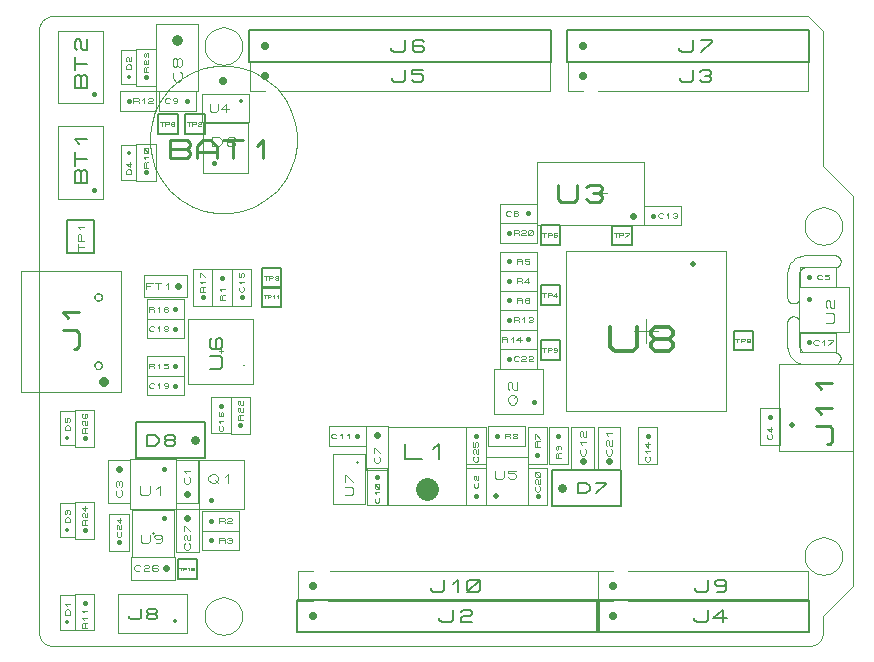
<source format=gbr>
G04 PROTEUS RS274X GERBER FILE*
%FSLAX45Y45*%
%MOMM*%
G01*
%ADD54C,0.025400*%
%ADD103C,0.180000*%
%ADD104C,0.170290*%
%ADD14C,0.400000*%
%ADD105C,0.167010*%
%ADD106C,0.320000*%
%ADD107C,0.066160*%
%ADD56C,0.152400*%
%ADD108C,0.088900*%
%ADD109C,0.420000*%
%ADD110C,0.066660*%
%ADD111C,0.558800*%
%ADD112C,0.083390*%
%ADD113C,0.360000*%
%ADD114C,0.150210*%
%ADD115C,0.640000*%
%ADD116C,0.177800*%
%ADD117C,0.480000*%
%ADD118C,0.112430*%
%ADD119C,1.935000*%
%ADD120C,0.211660*%
%ADD121C,0.495000*%
%ADD122C,0.338390*%
%ADD123C,0.396240*%
%ADD124C,0.124100*%
%ADD125C,0.050000*%
%ADD126C,0.037500*%
%ADD127C,0.168910*%
%ADD128C,0.571500*%
%ADD129C,0.238440*%
%ADD57C,0.101670*%
%ADD130C,0.251150*%
%ADD131C,0.914400*%
%ADD132C,0.270000*%
%ADD133C,0.109370*%
%ADD134C,0.840000*%
%ADD135C,0.234560*%
%ADD16C,0.600000*%
%ADD136C,0.540000*%
%ADD137C,0.230690*%
%ADD138C,0.760000*%
%ADD139C,0.148920*%
D54*
X+6800850Y+762000D02*
X+6800320Y+774958D01*
X+6796016Y+800876D01*
X+6787025Y+826794D01*
X+6772380Y+852712D01*
X+6749976Y+878466D01*
X+6724058Y+897958D01*
X+6698140Y+910530D01*
X+6672222Y+917866D01*
X+6646304Y+920694D01*
X+6642100Y+920750D01*
X+6483350Y+762000D02*
X+6483880Y+774958D01*
X+6488184Y+800876D01*
X+6497175Y+826794D01*
X+6511820Y+852712D01*
X+6534224Y+878466D01*
X+6560142Y+897958D01*
X+6586060Y+910530D01*
X+6611978Y+917866D01*
X+6637896Y+920694D01*
X+6642100Y+920750D01*
X+6483350Y+762000D02*
X+6483880Y+749042D01*
X+6488184Y+723124D01*
X+6497175Y+697206D01*
X+6511820Y+671288D01*
X+6534224Y+645534D01*
X+6560142Y+626042D01*
X+6586060Y+613470D01*
X+6611978Y+606134D01*
X+6637896Y+603306D01*
X+6642100Y+603250D01*
X+6800850Y+762000D02*
X+6800320Y+749042D01*
X+6796016Y+723124D01*
X+6787025Y+697206D01*
X+6772380Y+671288D01*
X+6749976Y+645534D01*
X+6724058Y+626042D01*
X+6698140Y+613470D01*
X+6672222Y+606134D01*
X+6646304Y+603306D01*
X+6642100Y+603250D01*
X+6800850Y+3556000D02*
X+6800320Y+3568958D01*
X+6796016Y+3594876D01*
X+6787025Y+3620794D01*
X+6772380Y+3646712D01*
X+6749976Y+3672466D01*
X+6724058Y+3691958D01*
X+6698140Y+3704530D01*
X+6672222Y+3711866D01*
X+6646304Y+3714694D01*
X+6642100Y+3714750D01*
X+6483350Y+3556000D02*
X+6483880Y+3568958D01*
X+6488184Y+3594876D01*
X+6497175Y+3620794D01*
X+6511820Y+3646712D01*
X+6534224Y+3672466D01*
X+6560142Y+3691958D01*
X+6586060Y+3704530D01*
X+6611978Y+3711866D01*
X+6637896Y+3714694D01*
X+6642100Y+3714750D01*
X+6483350Y+3556000D02*
X+6483880Y+3543042D01*
X+6488184Y+3517124D01*
X+6497175Y+3491206D01*
X+6511820Y+3465288D01*
X+6534224Y+3439534D01*
X+6560142Y+3420042D01*
X+6586060Y+3407470D01*
X+6611978Y+3400134D01*
X+6637896Y+3397306D01*
X+6642100Y+3397250D01*
X+6800850Y+3556000D02*
X+6800320Y+3543042D01*
X+6796016Y+3517124D01*
X+6787025Y+3491206D01*
X+6772380Y+3465288D01*
X+6749976Y+3439534D01*
X+6724058Y+3420042D01*
X+6698140Y+3407470D01*
X+6672222Y+3400134D01*
X+6646304Y+3397306D01*
X+6642100Y+3397250D01*
X+1720850Y+5080000D02*
X+1720320Y+5092958D01*
X+1716016Y+5118876D01*
X+1707025Y+5144794D01*
X+1692380Y+5170712D01*
X+1669976Y+5196466D01*
X+1644058Y+5215958D01*
X+1618140Y+5228530D01*
X+1592222Y+5235866D01*
X+1566304Y+5238694D01*
X+1562100Y+5238750D01*
X+1403350Y+5080000D02*
X+1403880Y+5092958D01*
X+1408184Y+5118876D01*
X+1417175Y+5144794D01*
X+1431820Y+5170712D01*
X+1454224Y+5196466D01*
X+1480142Y+5215958D01*
X+1506060Y+5228530D01*
X+1531978Y+5235866D01*
X+1557896Y+5238694D01*
X+1562100Y+5238750D01*
X+1403350Y+5080000D02*
X+1403880Y+5067042D01*
X+1408184Y+5041124D01*
X+1417175Y+5015206D01*
X+1431820Y+4989288D01*
X+1454224Y+4963534D01*
X+1480142Y+4944042D01*
X+1506060Y+4931470D01*
X+1531978Y+4924134D01*
X+1557896Y+4921306D01*
X+1562100Y+4921250D01*
X+1720850Y+5080000D02*
X+1720320Y+5067042D01*
X+1716016Y+5041124D01*
X+1707025Y+5015206D01*
X+1692380Y+4989288D01*
X+1669976Y+4963534D01*
X+1644058Y+4944042D01*
X+1618140Y+4931470D01*
X+1592222Y+4924134D01*
X+1566304Y+4921306D01*
X+1562100Y+4921250D01*
X+1720850Y+254000D02*
X+1720320Y+266958D01*
X+1716016Y+292876D01*
X+1707025Y+318794D01*
X+1692380Y+344712D01*
X+1669976Y+370466D01*
X+1644058Y+389958D01*
X+1618140Y+402530D01*
X+1592222Y+409866D01*
X+1566304Y+412694D01*
X+1562100Y+412750D01*
X+1403350Y+254000D02*
X+1403880Y+266958D01*
X+1408184Y+292876D01*
X+1417175Y+318794D01*
X+1431820Y+344712D01*
X+1454224Y+370466D01*
X+1480142Y+389958D01*
X+1506060Y+402530D01*
X+1531978Y+409866D01*
X+1557896Y+412694D01*
X+1562100Y+412750D01*
X+1403350Y+254000D02*
X+1403880Y+241042D01*
X+1408184Y+215124D01*
X+1417175Y+189206D01*
X+1431820Y+163288D01*
X+1454224Y+137534D01*
X+1480142Y+118042D01*
X+1506060Y+105470D01*
X+1531978Y+98134D01*
X+1557896Y+95306D01*
X+1562100Y+95250D01*
X+1720850Y+254000D02*
X+1720320Y+241042D01*
X+1716016Y+215124D01*
X+1707025Y+189206D01*
X+1692380Y+163288D01*
X+1669976Y+137534D01*
X+1644058Y+118042D01*
X+1618140Y+105470D01*
X+1592222Y+98134D01*
X+1566304Y+95306D01*
X+1562100Y+95250D01*
X+127000Y+0D02*
X+101032Y+2527D01*
X+77018Y+9798D01*
X+55423Y+21347D01*
X+36711Y+36711D01*
X+21348Y+55423D01*
X+9798Y+77018D01*
X+2527Y+101032D01*
X+0Y+127000D01*
X+0Y+5207000D01*
X+2527Y+5232967D01*
X+9798Y+5256981D01*
X+21348Y+5278577D01*
X+36711Y+5297289D01*
X+55423Y+5312652D01*
X+77018Y+5324202D01*
X+101032Y+5331473D01*
X+127000Y+5334000D01*
X+6515100Y+5334000D01*
X+6642100Y+5207000D01*
X+6642100Y+4064000D01*
X+6896100Y+3810000D01*
X+6896100Y+508000D01*
X+6642100Y+254000D01*
X+6642100Y+127000D01*
X+6639573Y+101032D01*
X+6632302Y+77018D01*
X+6620752Y+55423D01*
X+6605389Y+36711D01*
X+6586677Y+21347D01*
X+6565081Y+9798D01*
X+6541067Y+2527D01*
X+6515100Y+0D01*
X+127000Y+0D01*
X+1561200Y+2497250D02*
X+1521200Y+2497250D01*
X+1541200Y+2477250D02*
X+1541200Y+2517250D01*
X+1266200Y+2222250D02*
X+1816200Y+2222250D01*
X+1816200Y+2772250D01*
X+1266200Y+2772250D01*
X+1266200Y+2222250D01*
D103*
X+1736200Y+2377250D02*
X+1736200Y+2377250D01*
D104*
X+1444977Y+2343984D02*
X+1530125Y+2343984D01*
X+1547154Y+2363142D01*
X+1547154Y+2439775D01*
X+1530125Y+2458933D01*
X+1444977Y+2458933D01*
X+1462006Y+2612199D02*
X+1444977Y+2593041D01*
X+1444977Y+2535566D01*
X+1462006Y+2516408D01*
X+1530125Y+2516408D01*
X+1547154Y+2535566D01*
X+1547154Y+2593041D01*
X+1530125Y+2612199D01*
X+1513095Y+2612199D01*
X+1496065Y+2593041D01*
X+1496065Y+2516408D01*
D54*
X+161300Y+3789350D02*
X+546300Y+3789350D01*
X+546300Y+4399350D01*
X+161300Y+4399350D01*
X+161300Y+3789350D01*
D14*
X+466300Y+3864350D02*
X+466300Y+3864350D01*
D105*
X+403903Y+3917022D02*
X+303697Y+3917022D01*
X+303697Y+4010965D01*
X+320398Y+4029753D01*
X+337099Y+4029753D01*
X+353800Y+4010965D01*
X+370501Y+4029753D01*
X+387202Y+4029753D01*
X+403903Y+4010965D01*
X+403903Y+3917022D01*
X+353800Y+3917022D02*
X+353800Y+4010965D01*
X+303697Y+4067331D02*
X+303697Y+4180062D01*
X+303697Y+4123696D02*
X+403903Y+4123696D01*
X+337099Y+4255217D02*
X+303697Y+4292794D01*
X+403903Y+4292794D01*
D54*
X+161300Y+4595800D02*
X+546300Y+4595800D01*
X+546300Y+5205800D01*
X+161300Y+5205800D01*
X+161300Y+4595800D01*
D14*
X+466300Y+4670800D02*
X+466300Y+4670800D01*
D105*
X+403903Y+4723472D02*
X+303697Y+4723472D01*
X+303697Y+4817415D01*
X+320398Y+4836203D01*
X+337099Y+4836203D01*
X+353800Y+4817415D01*
X+370501Y+4836203D01*
X+387202Y+4836203D01*
X+403903Y+4817415D01*
X+403903Y+4723472D01*
X+353800Y+4723472D02*
X+353800Y+4817415D01*
X+303697Y+4873781D02*
X+303697Y+4986512D01*
X+303697Y+4930146D02*
X+403903Y+4930146D01*
X+320398Y+5042878D02*
X+303697Y+5061667D01*
X+303697Y+5118033D01*
X+320398Y+5136821D01*
X+337099Y+5136821D01*
X+353800Y+5118033D01*
X+353800Y+5061667D01*
X+370501Y+5042878D01*
X+403903Y+5042878D01*
X+403903Y+5136821D01*
D54*
X+698500Y+4756125D02*
X+825500Y+4756125D01*
X+825500Y+5048225D01*
X+698500Y+5048225D01*
X+698500Y+4756125D01*
D106*
X+762000Y+4819750D02*
X+762000Y+4819750D01*
D107*
X+781851Y+4883072D02*
X+742150Y+4883072D01*
X+742150Y+4912847D01*
X+755384Y+4927735D01*
X+768617Y+4927735D01*
X+781851Y+4912847D01*
X+781851Y+4883072D01*
X+748767Y+4950066D02*
X+742150Y+4957510D01*
X+742150Y+4979842D01*
X+748767Y+4987286D01*
X+755384Y+4987286D01*
X+762000Y+4979842D01*
X+762000Y+4957510D01*
X+768617Y+4950066D01*
X+781851Y+4950066D01*
X+781851Y+4987286D01*
D54*
X+177800Y+139575D02*
X+304800Y+139575D01*
X+304800Y+431675D01*
X+177800Y+431675D01*
X+177800Y+139575D01*
D106*
X+241300Y+203200D02*
X+241300Y+203200D01*
D107*
X+261151Y+266522D02*
X+221450Y+266522D01*
X+221450Y+296297D01*
X+234684Y+311185D01*
X+247917Y+311185D01*
X+261151Y+296297D01*
X+261151Y+266522D01*
X+234684Y+340960D02*
X+221450Y+355848D01*
X+261151Y+355848D01*
D56*
X+240030Y+3326130D02*
X+471170Y+3326130D01*
X+471170Y+3608070D01*
X+240030Y+3608070D01*
X+240030Y+3326130D01*
D108*
X+328930Y+3347085D02*
X+328930Y+3407092D01*
X+328930Y+3377088D02*
X+382270Y+3377088D01*
X+382270Y+3427095D02*
X+328930Y+3427095D01*
X+328930Y+3477101D01*
X+337820Y+3487102D01*
X+346710Y+3487102D01*
X+355600Y+3477101D01*
X+355600Y+3427095D01*
X+346710Y+3527107D02*
X+328930Y+3547110D01*
X+382270Y+3547110D01*
D54*
X+304805Y+908150D02*
X+469905Y+908150D01*
X+469905Y+1219300D01*
X+304805Y+1219300D01*
X+304805Y+908150D01*
D109*
X+387350Y+984350D02*
X+387350Y+984350D01*
D110*
X+407353Y+1022969D02*
X+367357Y+1022969D01*
X+367357Y+1060465D01*
X+374023Y+1067964D01*
X+380689Y+1067964D01*
X+387355Y+1060465D01*
X+387355Y+1022969D01*
X+387355Y+1060465D02*
X+394021Y+1067964D01*
X+407353Y+1067964D01*
X+374023Y+1090462D02*
X+367357Y+1097961D01*
X+367357Y+1120459D01*
X+374023Y+1127958D01*
X+380689Y+1127958D01*
X+387355Y+1120459D01*
X+387355Y+1097961D01*
X+394021Y+1090462D01*
X+407353Y+1090462D01*
X+407353Y+1127958D01*
X+394021Y+1187952D02*
X+394021Y+1142957D01*
X+367357Y+1172954D01*
X+407353Y+1172954D01*
D54*
X+304795Y+133250D02*
X+469895Y+133250D01*
X+469895Y+444400D01*
X+304795Y+444400D01*
X+304795Y+133250D01*
D109*
X+387350Y+368200D02*
X+387350Y+368200D01*
D110*
X+407343Y+149599D02*
X+367347Y+149599D01*
X+367347Y+187095D01*
X+374013Y+194594D01*
X+380679Y+194594D01*
X+387345Y+187095D01*
X+387345Y+149599D01*
X+387345Y+187095D02*
X+394011Y+194594D01*
X+407343Y+194594D01*
X+380679Y+224591D02*
X+367347Y+239590D01*
X+407343Y+239590D01*
X+380679Y+284585D02*
X+367347Y+299584D01*
X+407343Y+299584D01*
D54*
X+177800Y+920725D02*
X+304800Y+920725D01*
X+304800Y+1212825D01*
X+177800Y+1212825D01*
X+177800Y+920725D01*
D106*
X+241300Y+984350D02*
X+241300Y+984350D01*
D107*
X+261151Y+1047672D02*
X+221450Y+1047672D01*
X+221450Y+1077447D01*
X+234684Y+1092335D01*
X+247917Y+1092335D01*
X+261151Y+1077447D01*
X+261151Y+1047672D01*
X+228067Y+1114666D02*
X+221450Y+1122110D01*
X+221450Y+1144442D01*
X+228067Y+1151886D01*
X+234684Y+1151886D01*
X+241300Y+1144442D01*
X+247917Y+1151886D01*
X+254534Y+1151886D01*
X+261151Y+1144442D01*
X+261151Y+1122110D01*
X+254534Y+1114666D01*
X+241300Y+1129554D02*
X+241300Y+1144442D01*
D54*
X+914400Y+2604255D02*
X+1225550Y+2604255D01*
X+1225550Y+2769355D01*
X+914400Y+2769355D01*
X+914400Y+2604255D01*
D109*
X+1149350Y+2686800D02*
X+1149350Y+2686800D01*
D110*
X+975744Y+2673473D02*
X+968245Y+2666807D01*
X+945747Y+2666807D01*
X+930749Y+2680139D01*
X+930749Y+2693471D01*
X+945747Y+2706803D01*
X+968245Y+2706803D01*
X+975744Y+2700137D01*
X+1005741Y+2693471D02*
X+1020740Y+2706803D01*
X+1020740Y+2666807D01*
X+1065735Y+2686805D02*
X+1058236Y+2693471D01*
X+1058236Y+2700137D01*
X+1065735Y+2706803D01*
X+1088233Y+2706803D01*
X+1095732Y+2700137D01*
X+1095732Y+2693471D01*
X+1088233Y+2686805D01*
X+1065735Y+2686805D01*
X+1058236Y+2680139D01*
X+1058236Y+2673473D01*
X+1065735Y+2666807D01*
X+1088233Y+2666807D01*
X+1095732Y+2673473D01*
X+1095732Y+2680139D01*
X+1088233Y+2686805D01*
D54*
X+1469445Y+2882750D02*
X+1634545Y+2882750D01*
X+1634545Y+3193900D01*
X+1469445Y+3193900D01*
X+1469445Y+2882750D01*
D109*
X+1552000Y+3117700D02*
X+1552000Y+3117700D01*
D110*
X+1571993Y+2929096D02*
X+1531997Y+2929096D01*
X+1531997Y+2966592D01*
X+1538663Y+2974091D01*
X+1545329Y+2974091D01*
X+1551995Y+2966592D01*
X+1551995Y+2929096D01*
X+1551995Y+2966592D02*
X+1558661Y+2974091D01*
X+1571993Y+2974091D01*
X+1545329Y+3004088D02*
X+1531997Y+3019087D01*
X+1571993Y+3019087D01*
D54*
X+304805Y+1689200D02*
X+469905Y+1689200D01*
X+469905Y+2000350D01*
X+304805Y+2000350D01*
X+304805Y+1689200D01*
D109*
X+387350Y+1765400D02*
X+387350Y+1765400D01*
D110*
X+407353Y+1804019D02*
X+367357Y+1804019D01*
X+367357Y+1841515D01*
X+374023Y+1849014D01*
X+380689Y+1849014D01*
X+387355Y+1841515D01*
X+387355Y+1804019D01*
X+387355Y+1841515D02*
X+394021Y+1849014D01*
X+407353Y+1849014D01*
X+374023Y+1871512D02*
X+367357Y+1879011D01*
X+367357Y+1901509D01*
X+374023Y+1909008D01*
X+380689Y+1909008D01*
X+387355Y+1901509D01*
X+387355Y+1879011D01*
X+394021Y+1871512D01*
X+407353Y+1871512D01*
X+407353Y+1909008D01*
X+374023Y+1969002D02*
X+367357Y+1961503D01*
X+367357Y+1939005D01*
X+374023Y+1931506D01*
X+400687Y+1931506D01*
X+407353Y+1939005D01*
X+407353Y+1961503D01*
X+400687Y+1969002D01*
X+394021Y+1969002D01*
X+387355Y+1961503D01*
X+387355Y+1931506D01*
D54*
X+825505Y+3935750D02*
X+990605Y+3935750D01*
X+990605Y+4246900D01*
X+825505Y+4246900D01*
X+825505Y+3935750D01*
D109*
X+908050Y+4011950D02*
X+908050Y+4011950D01*
D110*
X+928053Y+4050569D02*
X+888057Y+4050569D01*
X+888057Y+4088065D01*
X+894723Y+4095564D01*
X+901389Y+4095564D01*
X+908055Y+4088065D01*
X+908055Y+4050569D01*
X+908055Y+4088065D02*
X+914721Y+4095564D01*
X+928053Y+4095564D01*
X+901389Y+4125561D02*
X+888057Y+4140560D01*
X+928053Y+4140560D01*
X+921387Y+4170557D02*
X+894723Y+4170557D01*
X+888057Y+4178056D01*
X+888057Y+4208053D01*
X+894723Y+4215552D01*
X+921387Y+4215552D01*
X+928053Y+4208053D01*
X+928053Y+4178056D01*
X+921387Y+4170557D01*
X+928053Y+4170557D02*
X+888057Y+4215552D01*
D54*
X+698500Y+3949725D02*
X+825500Y+3949725D01*
X+825500Y+4241825D01*
X+698500Y+4241825D01*
X+698500Y+3949725D01*
D106*
X+762000Y+4178200D02*
X+762000Y+4178200D01*
D107*
X+781851Y+3995776D02*
X+742150Y+3995776D01*
X+742150Y+4025551D01*
X+755384Y+4040439D01*
X+768617Y+4040439D01*
X+781851Y+4025551D01*
X+781851Y+3995776D01*
X+768617Y+4099990D02*
X+768617Y+4055327D01*
X+742150Y+4085102D01*
X+781851Y+4085102D01*
D54*
X+914400Y+2121655D02*
X+1225550Y+2121655D01*
X+1225550Y+2286755D01*
X+914400Y+2286755D01*
X+914400Y+2121655D01*
D109*
X+1149350Y+2204200D02*
X+1149350Y+2204200D01*
D110*
X+975744Y+2190873D02*
X+968245Y+2184207D01*
X+945747Y+2184207D01*
X+930749Y+2197539D01*
X+930749Y+2210871D01*
X+945747Y+2224203D01*
X+968245Y+2224203D01*
X+975744Y+2217537D01*
X+1005741Y+2210871D02*
X+1020740Y+2224203D01*
X+1020740Y+2184207D01*
X+1095732Y+2210871D02*
X+1088233Y+2204205D01*
X+1065735Y+2204205D01*
X+1058236Y+2210871D01*
X+1058236Y+2217537D01*
X+1065735Y+2224203D01*
X+1088233Y+2224203D01*
X+1095732Y+2217537D01*
X+1095732Y+2190873D01*
X+1088233Y+2184207D01*
X+1065735Y+2184207D01*
D54*
X+1458645Y+1800600D02*
X+1623745Y+1800600D01*
X+1623745Y+2111750D01*
X+1458645Y+2111750D01*
X+1458645Y+1800600D01*
D109*
X+1541200Y+2035550D02*
X+1541200Y+2035550D01*
D110*
X+1554527Y+1861944D02*
X+1561193Y+1854445D01*
X+1561193Y+1831947D01*
X+1547861Y+1816949D01*
X+1534529Y+1816949D01*
X+1521197Y+1831947D01*
X+1521197Y+1854445D01*
X+1527863Y+1861944D01*
X+1534529Y+1891941D02*
X+1521197Y+1906940D01*
X+1561193Y+1906940D01*
X+1527863Y+1981932D02*
X+1521197Y+1974433D01*
X+1521197Y+1951935D01*
X+1527863Y+1944436D01*
X+1554527Y+1944436D01*
X+1561193Y+1951935D01*
X+1561193Y+1974433D01*
X+1554527Y+1981932D01*
X+1547861Y+1981932D01*
X+1541195Y+1974433D01*
X+1541195Y+1944436D01*
D54*
X+1623755Y+1799350D02*
X+1788855Y+1799350D01*
X+1788855Y+2110500D01*
X+1623755Y+2110500D01*
X+1623755Y+1799350D01*
D109*
X+1706300Y+1875550D02*
X+1706300Y+1875550D01*
D110*
X+1726303Y+1914169D02*
X+1686307Y+1914169D01*
X+1686307Y+1951665D01*
X+1692973Y+1959164D01*
X+1699639Y+1959164D01*
X+1706305Y+1951665D01*
X+1706305Y+1914169D01*
X+1706305Y+1951665D02*
X+1712971Y+1959164D01*
X+1726303Y+1959164D01*
X+1692973Y+1981662D02*
X+1686307Y+1989161D01*
X+1686307Y+2011659D01*
X+1692973Y+2019158D01*
X+1699639Y+2019158D01*
X+1706305Y+2011659D01*
X+1706305Y+1989161D01*
X+1712971Y+1981662D01*
X+1726303Y+1981662D01*
X+1726303Y+2019158D01*
X+1692973Y+2041656D02*
X+1686307Y+2049155D01*
X+1686307Y+2071653D01*
X+1692973Y+2079152D01*
X+1699639Y+2079152D01*
X+1706305Y+2071653D01*
X+1706305Y+2049155D01*
X+1712971Y+2041656D01*
X+1726303Y+2041656D01*
X+1726303Y+2079152D01*
D54*
X+3905250Y+3581405D02*
X+4216400Y+3581405D01*
X+4216400Y+3746505D01*
X+3905250Y+3746505D01*
X+3905250Y+3581405D01*
D109*
X+4140200Y+3663950D02*
X+4140200Y+3663950D01*
D110*
X+3996591Y+3650623D02*
X+3989092Y+3643957D01*
X+3966594Y+3643957D01*
X+3951596Y+3657289D01*
X+3951596Y+3670621D01*
X+3966594Y+3683953D01*
X+3989092Y+3683953D01*
X+3996591Y+3677287D01*
X+4056585Y+3677287D02*
X+4049086Y+3683953D01*
X+4026588Y+3683953D01*
X+4019089Y+3677287D01*
X+4019089Y+3650623D01*
X+4026588Y+3643957D01*
X+4049086Y+3643957D01*
X+4056585Y+3650623D01*
X+4056585Y+3657289D01*
X+4049086Y+3663955D01*
X+4019089Y+3663955D01*
D54*
X+1160780Y+1210405D02*
X+1351280Y+1210405D01*
X+1351280Y+1578705D01*
X+1160780Y+1578705D01*
X+1160780Y+1210405D01*
D111*
X+1256030Y+1286610D02*
X+1256030Y+1286610D01*
D112*
X+1272709Y+1428498D02*
X+1281048Y+1419116D01*
X+1281048Y+1390970D01*
X+1264369Y+1372207D01*
X+1247690Y+1372207D01*
X+1231011Y+1390970D01*
X+1231011Y+1419116D01*
X+1239351Y+1428498D01*
X+1247690Y+1466025D02*
X+1231011Y+1484789D01*
X+1281048Y+1484789D01*
D54*
X+666750Y+106600D02*
X+1250950Y+106600D01*
X+1250950Y+436800D01*
X+666750Y+436800D01*
X+666750Y+106600D01*
D113*
X+1149350Y+208200D02*
X+1149350Y+208200D01*
D114*
X+763226Y+256679D02*
X+763226Y+241658D01*
X+780124Y+226637D01*
X+847719Y+226637D01*
X+864617Y+241658D01*
X+864617Y+316763D01*
X+932212Y+271700D02*
X+915313Y+286721D01*
X+915313Y+301742D01*
X+932212Y+316763D01*
X+982908Y+316763D01*
X+999806Y+301742D01*
X+999806Y+286721D01*
X+982908Y+271700D01*
X+932212Y+271700D01*
X+915313Y+256679D01*
X+915313Y+241658D01*
X+932212Y+226637D01*
X+982908Y+226637D01*
X+999806Y+241658D01*
X+999806Y+256679D01*
X+982908Y+271700D01*
D54*
X+1634555Y+2881500D02*
X+1799655Y+2881500D01*
X+1799655Y+3192650D01*
X+1634555Y+3192650D01*
X+1634555Y+2881500D01*
D109*
X+1717100Y+2957700D02*
X+1717100Y+2957700D01*
D110*
X+1730437Y+3041314D02*
X+1737103Y+3033815D01*
X+1737103Y+3011317D01*
X+1723771Y+2996319D01*
X+1710439Y+2996319D01*
X+1697107Y+3011317D01*
X+1697107Y+3033815D01*
X+1703773Y+3041314D01*
X+1710439Y+3071311D02*
X+1697107Y+3086310D01*
X+1737103Y+3086310D01*
X+1697107Y+3161302D02*
X+1697107Y+3123806D01*
X+1710439Y+3123806D01*
X+1710439Y+3153803D01*
X+1717105Y+3161302D01*
X+1730437Y+3161302D01*
X+1737103Y+3153803D01*
X+1737103Y+3131305D01*
X+1730437Y+3123806D01*
D56*
X+4729480Y+119380D02*
X+6522720Y+119380D01*
X+6522720Y+388620D01*
X+4729480Y+388620D01*
X+4729480Y+119380D01*
D115*
X+4864100Y+254000D02*
X+4864100Y+254000D01*
D116*
X+5549390Y+236220D02*
X+5549390Y+218440D01*
X+5569392Y+200660D01*
X+5649402Y+200660D01*
X+5669405Y+218440D01*
X+5669405Y+307340D01*
X+5829425Y+236220D02*
X+5709410Y+236220D01*
X+5789420Y+307340D01*
X+5789420Y+200660D01*
D56*
X+2189480Y+119380D02*
X+4744720Y+119380D01*
X+4744720Y+388620D01*
X+2189480Y+388620D01*
X+2189480Y+119380D01*
D115*
X+2324100Y+254000D02*
X+2324100Y+254000D01*
D116*
X+3390390Y+236220D02*
X+3390390Y+218440D01*
X+3410392Y+200660D01*
X+3490402Y+200660D01*
X+3510405Y+218440D01*
X+3510405Y+307340D01*
X+3570412Y+289560D02*
X+3590415Y+307340D01*
X+3650422Y+307340D01*
X+3670425Y+289560D01*
X+3670425Y+271780D01*
X+3650422Y+254000D01*
X+3590415Y+254000D01*
X+3570412Y+236220D01*
X+3570412Y+200660D01*
X+3670425Y+200660D01*
D56*
X+1783080Y+4945380D02*
X+4338320Y+4945380D01*
X+4338320Y+5214620D01*
X+1783080Y+5214620D01*
X+1783080Y+4945380D01*
D115*
X+1917700Y+5080000D02*
X+1917700Y+5080000D01*
D116*
X+2983990Y+5062220D02*
X+2983990Y+5044440D01*
X+3003992Y+5026660D01*
X+3084002Y+5026660D01*
X+3104005Y+5044440D01*
X+3104005Y+5133340D01*
X+3264025Y+5115560D02*
X+3244022Y+5133340D01*
X+3184015Y+5133340D01*
X+3164012Y+5115560D01*
X+3164012Y+5044440D01*
X+3184015Y+5026660D01*
X+3244022Y+5026660D01*
X+3264025Y+5044440D01*
X+3264025Y+5062220D01*
X+3244022Y+5080000D01*
X+3164012Y+5080000D01*
D56*
X+4475480Y+4945380D02*
X+6522720Y+4945380D01*
X+6522720Y+5214620D01*
X+4475480Y+5214620D01*
X+4475480Y+4945380D01*
D115*
X+4610100Y+5080000D02*
X+4610100Y+5080000D01*
D116*
X+5422390Y+5062220D02*
X+5422390Y+5044440D01*
X+5442392Y+5026660D01*
X+5522402Y+5026660D01*
X+5542405Y+5044440D01*
X+5542405Y+5133340D01*
X+5602412Y+5133340D02*
X+5702425Y+5133340D01*
X+5702425Y+5115560D01*
X+5602412Y+5026660D01*
D54*
X+3787650Y+1195000D02*
X+4137650Y+1195000D01*
X+4137650Y+1605000D01*
X+3787650Y+1605000D01*
X+3787650Y+1195000D01*
D117*
X+3867650Y+1270000D02*
X+3867650Y+1270000D01*
D118*
X+3861461Y+1483865D02*
X+3861461Y+1427648D01*
X+3874109Y+1416405D01*
X+3924704Y+1416405D01*
X+3937352Y+1427648D01*
X+3937352Y+1483865D01*
X+4038541Y+1483865D02*
X+3975298Y+1483865D01*
X+3975298Y+1461378D01*
X+4025893Y+1461378D01*
X+4038541Y+1450135D01*
X+4038541Y+1427648D01*
X+4025893Y+1416405D01*
X+3987947Y+1416405D01*
X+3975298Y+1427648D01*
D54*
X+2959300Y+1196000D02*
X+3619300Y+1196000D01*
X+3619300Y+1856000D01*
X+2959300Y+1856000D01*
X+2959300Y+1196000D01*
D119*
X+3289300Y+1333500D02*
X+3289300Y+1333500D01*
D120*
X+3098805Y+1707258D02*
X+3098805Y+1580261D01*
X+3241676Y+1580261D01*
X+3336923Y+1664926D02*
X+3384547Y+1707258D01*
X+3384547Y+1580261D01*
D54*
X+5141650Y+2766999D02*
X+5141650Y+2566999D01*
X+5241650Y+2666999D02*
X+5041650Y+2666999D01*
X+4461650Y+1986999D02*
X+5821650Y+1986999D01*
X+5821650Y+3346999D01*
X+4461650Y+3346999D01*
X+4461650Y+1986999D01*
D121*
X+5541650Y+3236999D02*
X+5541650Y+3236999D01*
D122*
X+4837094Y+2700507D02*
X+4837094Y+2531309D01*
X+4875163Y+2497470D01*
X+5027441Y+2497470D01*
X+5065511Y+2531309D01*
X+5065511Y+2700507D01*
X+5217789Y+2598989D02*
X+5179719Y+2632828D01*
X+5179719Y+2666668D01*
X+5217789Y+2700507D01*
X+5331997Y+2700507D01*
X+5370067Y+2666668D01*
X+5370067Y+2632828D01*
X+5331997Y+2598989D01*
X+5217789Y+2598989D01*
X+5179719Y+2565149D01*
X+5179719Y+2531309D01*
X+5217789Y+2497470D01*
X+5331997Y+2497470D01*
X+5370067Y+2531309D01*
X+5370067Y+2565149D01*
X+5331997Y+2598989D01*
D54*
X+4140205Y+1193800D02*
X+4305305Y+1193800D01*
X+4305305Y+1504950D01*
X+4140205Y+1504950D01*
X+4140205Y+1193800D01*
D109*
X+4222750Y+1270000D02*
X+4222750Y+1270000D01*
D110*
X+4236087Y+1353614D02*
X+4242753Y+1346115D01*
X+4242753Y+1323617D01*
X+4229421Y+1308619D01*
X+4216089Y+1308619D01*
X+4202757Y+1323617D01*
X+4202757Y+1346115D01*
X+4209423Y+1353614D01*
X+4209423Y+1376112D02*
X+4202757Y+1383611D01*
X+4202757Y+1406109D01*
X+4209423Y+1413608D01*
X+4216089Y+1413608D01*
X+4222755Y+1406109D01*
X+4222755Y+1383611D01*
X+4229421Y+1376112D01*
X+4242753Y+1376112D01*
X+4242753Y+1413608D01*
X+4236087Y+1428607D02*
X+4209423Y+1428607D01*
X+4202757Y+1436106D01*
X+4202757Y+1466103D01*
X+4209423Y+1473602D01*
X+4236087Y+1473602D01*
X+4242753Y+1466103D01*
X+4242753Y+1436106D01*
X+4236087Y+1428607D01*
X+4242753Y+1428607D02*
X+4202757Y+1473602D01*
D54*
X+4730750Y+1488435D02*
X+4921250Y+1488435D01*
X+4921250Y+1856735D01*
X+4730750Y+1856735D01*
X+4730750Y+1488435D01*
D111*
X+4826000Y+1564640D02*
X+4826000Y+1564640D01*
D112*
X+4842679Y+1669001D02*
X+4851018Y+1659619D01*
X+4851018Y+1631473D01*
X+4834339Y+1612710D01*
X+4817660Y+1612710D01*
X+4800981Y+1631473D01*
X+4800981Y+1659619D01*
X+4809321Y+1669001D01*
X+4809321Y+1697146D02*
X+4800981Y+1706528D01*
X+4800981Y+1734674D01*
X+4809321Y+1744056D01*
X+4817660Y+1744056D01*
X+4826000Y+1734674D01*
X+4826000Y+1706528D01*
X+4834339Y+1697146D01*
X+4851018Y+1697146D01*
X+4851018Y+1744056D01*
X+4817660Y+1781583D02*
X+4800981Y+1800347D01*
X+4851018Y+1800347D01*
D54*
X+3619505Y+1193800D02*
X+3784605Y+1193800D01*
X+3784605Y+1504950D01*
X+3619505Y+1504950D01*
X+3619505Y+1193800D01*
D109*
X+3702050Y+1270000D02*
X+3702050Y+1270000D01*
D110*
X+3715387Y+1383611D02*
X+3722053Y+1376112D01*
X+3722053Y+1353614D01*
X+3708721Y+1338616D01*
X+3695389Y+1338616D01*
X+3682057Y+1353614D01*
X+3682057Y+1376112D01*
X+3688723Y+1383611D01*
X+3688723Y+1406109D02*
X+3682057Y+1413608D01*
X+3682057Y+1436106D01*
X+3688723Y+1443605D01*
X+3695389Y+1443605D01*
X+3702055Y+1436106D01*
X+3702055Y+1413608D01*
X+3708721Y+1406109D01*
X+3722053Y+1406109D01*
X+3722053Y+1443605D01*
D54*
X+4508500Y+1488435D02*
X+4699000Y+1488435D01*
X+4699000Y+1856735D01*
X+4508500Y+1856735D01*
X+4508500Y+1488435D01*
D111*
X+4603750Y+1564640D02*
X+4603750Y+1564640D01*
D112*
X+4620429Y+1669001D02*
X+4628768Y+1659619D01*
X+4628768Y+1631473D01*
X+4612089Y+1612710D01*
X+4595410Y+1612710D01*
X+4578731Y+1631473D01*
X+4578731Y+1659619D01*
X+4587071Y+1669001D01*
X+4595410Y+1706528D02*
X+4578731Y+1725292D01*
X+4628768Y+1725292D01*
X+4587071Y+1772201D02*
X+4578731Y+1781583D01*
X+4578731Y+1809729D01*
X+4587071Y+1819111D01*
X+4595410Y+1819111D01*
X+4603750Y+1809729D01*
X+4603750Y+1781583D01*
X+4612089Y+1772201D01*
X+4628768Y+1772201D01*
X+4628768Y+1819111D01*
D54*
X+4137605Y+1542550D02*
X+4302705Y+1542550D01*
X+4302705Y+1853700D01*
X+4137605Y+1853700D01*
X+4137605Y+1542550D01*
D109*
X+4220150Y+1618750D02*
X+4220150Y+1618750D01*
D110*
X+4240153Y+1687366D02*
X+4200157Y+1687366D01*
X+4200157Y+1724862D01*
X+4206823Y+1732361D01*
X+4213489Y+1732361D01*
X+4220155Y+1724862D01*
X+4220155Y+1687366D01*
X+4220155Y+1724862D02*
X+4226821Y+1732361D01*
X+4240153Y+1732361D01*
X+4200157Y+1754859D02*
X+4200157Y+1792355D01*
X+4206823Y+1792355D01*
X+4240153Y+1754859D01*
D54*
X+3801050Y+1696195D02*
X+4112200Y+1696195D01*
X+4112200Y+1861295D01*
X+3801050Y+1861295D01*
X+3801050Y+1696195D01*
D109*
X+3877250Y+1778750D02*
X+3877250Y+1778750D01*
D110*
X+3945866Y+1758747D02*
X+3945866Y+1798743D01*
X+3983362Y+1798743D01*
X+3990861Y+1792077D01*
X+3990861Y+1785411D01*
X+3983362Y+1778745D01*
X+3945866Y+1778745D01*
X+3983362Y+1778745D02*
X+3990861Y+1772079D01*
X+3990861Y+1758747D01*
X+4020858Y+1778745D02*
X+4013359Y+1785411D01*
X+4013359Y+1792077D01*
X+4020858Y+1798743D01*
X+4043356Y+1798743D01*
X+4050855Y+1792077D01*
X+4050855Y+1785411D01*
X+4043356Y+1778745D01*
X+4020858Y+1778745D01*
X+4013359Y+1772079D01*
X+4013359Y+1765413D01*
X+4020858Y+1758747D01*
X+4043356Y+1758747D01*
X+4050855Y+1765413D01*
X+4050855Y+1772079D01*
X+4043356Y+1778745D01*
D54*
X+4315395Y+1543800D02*
X+4480495Y+1543800D01*
X+4480495Y+1854950D01*
X+4315395Y+1854950D01*
X+4315395Y+1543800D01*
D109*
X+4397950Y+1778750D02*
X+4397950Y+1778750D01*
D110*
X+4417943Y+1590146D02*
X+4377947Y+1590146D01*
X+4377947Y+1627642D01*
X+4384613Y+1635141D01*
X+4391279Y+1635141D01*
X+4397945Y+1627642D01*
X+4397945Y+1590146D01*
X+4397945Y+1627642D02*
X+4404611Y+1635141D01*
X+4417943Y+1635141D01*
X+4391279Y+1695135D02*
X+4397945Y+1687636D01*
X+4397945Y+1665138D01*
X+4391279Y+1657639D01*
X+4384613Y+1657639D01*
X+4377947Y+1665138D01*
X+4377947Y+1687636D01*
X+4384613Y+1695135D01*
X+4411277Y+1695135D01*
X+4417943Y+1687636D01*
X+4417943Y+1665138D01*
D54*
X+3616895Y+1543800D02*
X+3781995Y+1543800D01*
X+3781995Y+1854950D01*
X+3616895Y+1854950D01*
X+3616895Y+1543800D01*
D109*
X+3699450Y+1778750D02*
X+3699450Y+1778750D01*
D110*
X+3712777Y+1605144D02*
X+3719443Y+1597645D01*
X+3719443Y+1575147D01*
X+3706111Y+1560149D01*
X+3692779Y+1560149D01*
X+3679447Y+1575147D01*
X+3679447Y+1597645D01*
X+3686113Y+1605144D01*
X+3686113Y+1627642D02*
X+3679447Y+1635141D01*
X+3679447Y+1657639D01*
X+3686113Y+1665138D01*
X+3692779Y+1665138D01*
X+3699445Y+1657639D01*
X+3699445Y+1635141D01*
X+3706111Y+1627642D01*
X+3719443Y+1627642D01*
X+3719443Y+1665138D01*
X+3679447Y+1725132D02*
X+3679447Y+1687636D01*
X+3692779Y+1687636D01*
X+3692779Y+1717633D01*
X+3699445Y+1725132D01*
X+3712777Y+1725132D01*
X+3719443Y+1717633D01*
X+3719443Y+1695135D01*
X+3712777Y+1687636D01*
D54*
X+1384300Y+812895D02*
X+1695450Y+812895D01*
X+1695450Y+977995D01*
X+1384300Y+977995D01*
X+1384300Y+812895D01*
D109*
X+1460500Y+895450D02*
X+1460500Y+895450D01*
D110*
X+1529116Y+875447D02*
X+1529116Y+915443D01*
X+1566612Y+915443D01*
X+1574111Y+908777D01*
X+1574111Y+902111D01*
X+1566612Y+895445D01*
X+1529116Y+895445D01*
X+1566612Y+895445D02*
X+1574111Y+888779D01*
X+1574111Y+875447D01*
X+1596609Y+908777D02*
X+1604108Y+915443D01*
X+1626606Y+915443D01*
X+1634105Y+908777D01*
X+1634105Y+902111D01*
X+1626606Y+895445D01*
X+1634105Y+888779D01*
X+1634105Y+882113D01*
X+1626606Y+875447D01*
X+1604108Y+875447D01*
X+1596609Y+882113D01*
X+1611607Y+895445D02*
X+1626606Y+895445D01*
D54*
X+825505Y+4742200D02*
X+990605Y+4742200D01*
X+990605Y+5053350D01*
X+825505Y+5053350D01*
X+825505Y+4742200D01*
D109*
X+908050Y+4818400D02*
X+908050Y+4818400D01*
D110*
X+928053Y+4857019D02*
X+888057Y+4857019D01*
X+888057Y+4894515D01*
X+894723Y+4902014D01*
X+901389Y+4902014D01*
X+908055Y+4894515D01*
X+908055Y+4857019D01*
X+908055Y+4894515D02*
X+914721Y+4902014D01*
X+928053Y+4902014D01*
X+894723Y+4924512D02*
X+888057Y+4932011D01*
X+888057Y+4954509D01*
X+894723Y+4962008D01*
X+901389Y+4962008D01*
X+908055Y+4954509D01*
X+908055Y+4932011D01*
X+914721Y+4924512D01*
X+928053Y+4924512D01*
X+928053Y+4962008D01*
X+894723Y+4984506D02*
X+888057Y+4992005D01*
X+888057Y+5014503D01*
X+894723Y+5022002D01*
X+901389Y+5022002D01*
X+908055Y+5014503D01*
X+914721Y+5022002D01*
X+921387Y+5022002D01*
X+928053Y+5014503D01*
X+928053Y+4992005D01*
X+921387Y+4984506D01*
X+908055Y+4999504D02*
X+908055Y+5014503D01*
D54*
X+3904000Y+3009895D02*
X+4215150Y+3009895D01*
X+4215150Y+3174995D01*
X+3904000Y+3174995D01*
X+3904000Y+3009895D01*
D109*
X+3980200Y+3092450D02*
X+3980200Y+3092450D01*
D110*
X+4048816Y+3072447D02*
X+4048816Y+3112443D01*
X+4086312Y+3112443D01*
X+4093811Y+3105777D01*
X+4093811Y+3099111D01*
X+4086312Y+3092445D01*
X+4048816Y+3092445D01*
X+4086312Y+3092445D02*
X+4093811Y+3085779D01*
X+4093811Y+3072447D01*
X+4153805Y+3085779D02*
X+4108810Y+3085779D01*
X+4138807Y+3112443D01*
X+4138807Y+3072447D01*
D54*
X+3904000Y+3174995D02*
X+4215150Y+3174995D01*
X+4215150Y+3340095D01*
X+3904000Y+3340095D01*
X+3904000Y+3174995D01*
D109*
X+3980200Y+3257550D02*
X+3980200Y+3257550D01*
D110*
X+4048816Y+3237547D02*
X+4048816Y+3277543D01*
X+4086312Y+3277543D01*
X+4093811Y+3270877D01*
X+4093811Y+3264211D01*
X+4086312Y+3257545D01*
X+4048816Y+3257545D01*
X+4086312Y+3257545D02*
X+4093811Y+3250879D01*
X+4093811Y+3237547D01*
X+4153805Y+3277543D02*
X+4116309Y+3277543D01*
X+4116309Y+3264211D01*
X+4146306Y+3264211D01*
X+4153805Y+3257545D01*
X+4153805Y+3244213D01*
X+4146306Y+3237547D01*
X+4123808Y+3237547D01*
X+4116309Y+3244213D01*
D54*
X+3904000Y+2844795D02*
X+4215150Y+2844795D01*
X+4215150Y+3009895D01*
X+3904000Y+3009895D01*
X+3904000Y+2844795D01*
D109*
X+3980200Y+2927350D02*
X+3980200Y+2927350D01*
D110*
X+4048816Y+2907347D02*
X+4048816Y+2947343D01*
X+4086312Y+2947343D01*
X+4093811Y+2940677D01*
X+4093811Y+2934011D01*
X+4086312Y+2927345D01*
X+4048816Y+2927345D01*
X+4086312Y+2927345D02*
X+4093811Y+2920679D01*
X+4093811Y+2907347D01*
X+4153805Y+2940677D02*
X+4146306Y+2947343D01*
X+4123808Y+2947343D01*
X+4116309Y+2940677D01*
X+4116309Y+2914013D01*
X+4123808Y+2907347D01*
X+4146306Y+2907347D01*
X+4153805Y+2914013D01*
X+4153805Y+2920679D01*
X+4146306Y+2927345D01*
X+4116309Y+2927345D01*
D54*
X+6441900Y+3041644D02*
X+6753050Y+3041644D01*
X+6753050Y+3206744D01*
X+6441900Y+3206744D01*
X+6441900Y+3041644D01*
D109*
X+6518100Y+3124199D02*
X+6518100Y+3124199D01*
D110*
X+6631711Y+3110862D02*
X+6624212Y+3104196D01*
X+6601714Y+3104196D01*
X+6586716Y+3117528D01*
X+6586716Y+3130860D01*
X+6601714Y+3144192D01*
X+6624212Y+3144192D01*
X+6631711Y+3137526D01*
X+6691705Y+3144192D02*
X+6654209Y+3144192D01*
X+6654209Y+3130860D01*
X+6684206Y+3130860D01*
X+6691705Y+3124194D01*
X+6691705Y+3110862D01*
X+6684206Y+3104196D01*
X+6661708Y+3104196D01*
X+6654209Y+3110862D01*
D54*
X+6438100Y+2655049D02*
X+6858100Y+2655049D01*
X+6858100Y+3040049D01*
X+6438100Y+3040049D01*
X+6438100Y+2655049D01*
D123*
X+6518100Y+2940049D02*
X+6518100Y+2940049D01*
D124*
X+6661411Y+2735859D02*
X+6723461Y+2735859D01*
X+6735871Y+2749820D01*
X+6735871Y+2805665D01*
X+6723461Y+2819626D01*
X+6661411Y+2819626D01*
X+6673821Y+2861510D02*
X+6661411Y+2875471D01*
X+6661411Y+2917355D01*
X+6673821Y+2931316D01*
X+6686231Y+2931316D01*
X+6698641Y+2917355D01*
X+6698641Y+2875471D01*
X+6711051Y+2861510D01*
X+6735871Y+2861510D01*
X+6735871Y+2931316D01*
D54*
X+5125700Y+3562345D02*
X+5436850Y+3562345D01*
X+5436850Y+3727445D01*
X+5125700Y+3727445D01*
X+5125700Y+3562345D01*
D109*
X+5201900Y+3644900D02*
X+5201900Y+3644900D01*
D110*
X+5285514Y+3631563D02*
X+5278015Y+3624897D01*
X+5255517Y+3624897D01*
X+5240519Y+3638229D01*
X+5240519Y+3651561D01*
X+5255517Y+3664893D01*
X+5278015Y+3664893D01*
X+5285514Y+3658227D01*
X+5315511Y+3651561D02*
X+5330510Y+3664893D01*
X+5330510Y+3624897D01*
X+5368006Y+3658227D02*
X+5375505Y+3664893D01*
X+5398003Y+3664893D01*
X+5405502Y+3658227D01*
X+5405502Y+3651561D01*
X+5398003Y+3644895D01*
X+5405502Y+3638229D01*
X+5405502Y+3631563D01*
X+5398003Y+3624897D01*
X+5375505Y+3624897D01*
X+5368006Y+3631563D01*
X+5383004Y+3644895D02*
X+5398003Y+3644895D01*
D54*
X+5071045Y+1543800D02*
X+5236145Y+1543800D01*
X+5236145Y+1854950D01*
X+5071045Y+1854950D01*
X+5071045Y+1543800D01*
D109*
X+5153600Y+1778750D02*
X+5153600Y+1778750D01*
D110*
X+5166927Y+1605144D02*
X+5173593Y+1597645D01*
X+5173593Y+1575147D01*
X+5160261Y+1560149D01*
X+5146929Y+1560149D01*
X+5133597Y+1575147D01*
X+5133597Y+1597645D01*
X+5140263Y+1605144D01*
X+5146929Y+1635141D02*
X+5133597Y+1650140D01*
X+5173593Y+1650140D01*
X+5160261Y+1725132D02*
X+5160261Y+1680137D01*
X+5133597Y+1710134D01*
X+5173593Y+1710134D01*
D54*
X+6441900Y+2489194D02*
X+6753050Y+2489194D01*
X+6753050Y+2654294D01*
X+6441900Y+2654294D01*
X+6441900Y+2489194D01*
D109*
X+6518100Y+2571749D02*
X+6518100Y+2571749D01*
D110*
X+6601714Y+2558412D02*
X+6594215Y+2551746D01*
X+6571717Y+2551746D01*
X+6556719Y+2565078D01*
X+6556719Y+2578410D01*
X+6571717Y+2591742D01*
X+6594215Y+2591742D01*
X+6601714Y+2585076D01*
X+6631711Y+2578410D02*
X+6646710Y+2591742D01*
X+6646710Y+2551746D01*
X+6684206Y+2591742D02*
X+6721702Y+2591742D01*
X+6721702Y+2585076D01*
X+6684206Y+2551746D01*
D54*
X+3904000Y+2349495D02*
X+4215150Y+2349495D01*
X+4215150Y+2514595D01*
X+3904000Y+2514595D01*
X+3904000Y+2349495D01*
D109*
X+3980200Y+2432050D02*
X+3980200Y+2432050D01*
D110*
X+4063814Y+2418713D02*
X+4056315Y+2412047D01*
X+4033817Y+2412047D01*
X+4018819Y+2425379D01*
X+4018819Y+2438711D01*
X+4033817Y+2452043D01*
X+4056315Y+2452043D01*
X+4063814Y+2445377D01*
X+4086312Y+2445377D02*
X+4093811Y+2452043D01*
X+4116309Y+2452043D01*
X+4123808Y+2445377D01*
X+4123808Y+2438711D01*
X+4116309Y+2432045D01*
X+4093811Y+2432045D01*
X+4086312Y+2425379D01*
X+4086312Y+2412047D01*
X+4123808Y+2412047D01*
X+4146306Y+2445377D02*
X+4153805Y+2452043D01*
X+4176303Y+2452043D01*
X+4183802Y+2445377D01*
X+4183802Y+2438711D01*
X+4176303Y+2432045D01*
X+4153805Y+2432045D01*
X+4146306Y+2425379D01*
X+4146306Y+2412047D01*
X+4183802Y+2412047D01*
D54*
X+3849575Y+1963750D02*
X+4269575Y+1963750D01*
X+4269575Y+2348750D01*
X+3849575Y+2348750D01*
X+3849575Y+1963750D01*
D123*
X+4189575Y+2063750D02*
X+4189575Y+2063750D01*
D124*
X+3996624Y+2044560D02*
X+3971804Y+2072482D01*
X+3971804Y+2100405D01*
X+3996624Y+2128327D01*
X+4021444Y+2128327D01*
X+4046264Y+2100405D01*
X+4046264Y+2072482D01*
X+4021444Y+2044560D01*
X+3996624Y+2044560D01*
X+4021444Y+2100405D02*
X+4046264Y+2128327D01*
X+3984214Y+2170211D02*
X+3971804Y+2184172D01*
X+3971804Y+2226056D01*
X+3984214Y+2240017D01*
X+3996624Y+2240017D01*
X+4009034Y+2226056D01*
X+4009034Y+2184172D01*
X+4021444Y+2170211D01*
X+4046264Y+2170211D01*
X+4046264Y+2240017D01*
D54*
X+177800Y+1701775D02*
X+304800Y+1701775D01*
X+304800Y+1993875D01*
X+177800Y+1993875D01*
X+177800Y+1701775D01*
D106*
X+241300Y+1765400D02*
X+241300Y+1765400D01*
D107*
X+261151Y+1828722D02*
X+221450Y+1828722D01*
X+221450Y+1858497D01*
X+234684Y+1873385D01*
X+247917Y+1873385D01*
X+261151Y+1858497D01*
X+261151Y+1828722D01*
X+221450Y+1932936D02*
X+221450Y+1895716D01*
X+234684Y+1895716D01*
X+234684Y+1925492D01*
X+241300Y+1932936D01*
X+254534Y+1932936D01*
X+261151Y+1925492D01*
X+261151Y+1903160D01*
X+254534Y+1895716D01*
D56*
X+4854580Y+3395679D02*
X+5019820Y+3395679D01*
X+5019820Y+3560919D01*
X+4854580Y+3560919D01*
X+4854580Y+3395679D01*
D125*
X+4869700Y+3493299D02*
X+4903450Y+3493299D01*
X+4886575Y+3493299D02*
X+4886575Y+3463299D01*
X+4914700Y+3463299D02*
X+4914700Y+3493299D01*
X+4942825Y+3493299D01*
X+4948450Y+3488299D01*
X+4948450Y+3483299D01*
X+4942825Y+3478299D01*
X+4914700Y+3478299D01*
X+4965325Y+3493299D02*
X+4993450Y+3493299D01*
X+4993450Y+3488299D01*
X+4965325Y+3463299D01*
D56*
X+5883030Y+2504379D02*
X+6048270Y+2504379D01*
X+6048270Y+2669619D01*
X+5883030Y+2669619D01*
X+5883030Y+2504379D01*
D125*
X+5898150Y+2601999D02*
X+5931900Y+2601999D01*
X+5915025Y+2601999D02*
X+5915025Y+2571999D01*
X+5943150Y+2571999D02*
X+5943150Y+2601999D01*
X+5971275Y+2601999D01*
X+5976900Y+2596999D01*
X+5976900Y+2591999D01*
X+5971275Y+2586999D01*
X+5943150Y+2586999D01*
X+5999400Y+2586999D02*
X+5993775Y+2591999D01*
X+5993775Y+2596999D01*
X+5999400Y+2601999D01*
X+6016275Y+2601999D01*
X+6021900Y+2596999D01*
X+6021900Y+2591999D01*
X+6016275Y+2586999D01*
X+5999400Y+2586999D01*
X+5993775Y+2581999D01*
X+5993775Y+2576999D01*
X+5999400Y+2571999D01*
X+6016275Y+2571999D01*
X+6021900Y+2576999D01*
X+6021900Y+2581999D01*
X+6016275Y+2586999D01*
D56*
X+1174680Y+571430D02*
X+1339920Y+571430D01*
X+1339920Y+736670D01*
X+1174680Y+736670D01*
X+1174680Y+571430D01*
D126*
X+1189800Y+665300D02*
X+1215112Y+665300D01*
X+1202456Y+665300D02*
X+1202456Y+642800D01*
X+1223550Y+642800D02*
X+1223550Y+665300D01*
X+1244643Y+665300D01*
X+1248862Y+661550D01*
X+1248862Y+657800D01*
X+1244643Y+654050D01*
X+1223550Y+654050D01*
X+1265737Y+657800D02*
X+1274175Y+665300D01*
X+1274175Y+642800D01*
X+1291050Y+646550D02*
X+1291050Y+661550D01*
X+1295268Y+665300D01*
X+1312143Y+665300D01*
X+1316362Y+661550D01*
X+1316362Y+646550D01*
X+1312143Y+642800D01*
X+1295268Y+642800D01*
X+1291050Y+646550D01*
X+1291050Y+642800D02*
X+1316362Y+665300D01*
D54*
X+2781295Y+1195050D02*
X+2946395Y+1195050D01*
X+2946395Y+1506200D01*
X+2781295Y+1506200D01*
X+2781295Y+1195050D01*
D109*
X+2863850Y+1430000D02*
X+2863850Y+1430000D01*
D110*
X+2877177Y+1256394D02*
X+2883843Y+1248895D01*
X+2883843Y+1226397D01*
X+2870511Y+1211399D01*
X+2857179Y+1211399D01*
X+2843847Y+1226397D01*
X+2843847Y+1248895D01*
X+2850513Y+1256394D01*
X+2857179Y+1286391D02*
X+2843847Y+1301390D01*
X+2883843Y+1301390D01*
X+2877177Y+1331387D02*
X+2850513Y+1331387D01*
X+2843847Y+1338886D01*
X+2843847Y+1368883D01*
X+2850513Y+1376382D01*
X+2877177Y+1376382D01*
X+2883843Y+1368883D01*
X+2883843Y+1338886D01*
X+2877177Y+1331387D01*
X+2883843Y+1331387D02*
X+2843847Y+1376382D01*
D54*
X+2457450Y+1695455D02*
X+2768600Y+1695455D01*
X+2768600Y+1860555D01*
X+2457450Y+1860555D01*
X+2457450Y+1695455D01*
D109*
X+2692400Y+1778000D02*
X+2692400Y+1778000D01*
D110*
X+2518794Y+1764673D02*
X+2511295Y+1758007D01*
X+2488797Y+1758007D01*
X+2473799Y+1771339D01*
X+2473799Y+1784671D01*
X+2488797Y+1798003D01*
X+2511295Y+1798003D01*
X+2518794Y+1791337D01*
X+2548791Y+1784671D02*
X+2563790Y+1798003D01*
X+2563790Y+1758007D01*
X+2608785Y+1784671D02*
X+2623784Y+1798003D01*
X+2623784Y+1758007D01*
D54*
X+2197100Y+635000D02*
X+2197100Y+381000D01*
X+2324100Y+381000D01*
X+2197100Y+635000D02*
X+2324100Y+635000D01*
X+2463800Y+635000D02*
X+4737100Y+635000D01*
X+4737100Y+381000D02*
X+2451100Y+381000D01*
X+4737100Y+635000D02*
X+4737100Y+381000D01*
D115*
X+2324100Y+508000D02*
X+2324100Y+508000D01*
D127*
X+3319207Y+491109D02*
X+3319207Y+474218D01*
X+3338209Y+457327D01*
X+3414218Y+457327D01*
X+3433221Y+474218D01*
X+3433221Y+558673D01*
X+3509230Y+524891D02*
X+3547235Y+558673D01*
X+3547235Y+457327D01*
X+3623245Y+474218D02*
X+3623245Y+541782D01*
X+3642247Y+558673D01*
X+3718256Y+558673D01*
X+3737259Y+541782D01*
X+3737259Y+474218D01*
X+3718256Y+457327D01*
X+3642247Y+457327D01*
X+3623245Y+474218D01*
X+3623245Y+457327D02*
X+3737259Y+558673D01*
D54*
X+4737100Y+635000D02*
X+4864100Y+635000D01*
X+4737100Y+635000D02*
X+4737100Y+381000D01*
X+4864100Y+381000D01*
X+4991100Y+635000D02*
X+6515100Y+635000D01*
X+6515100Y+381000D01*
X+4991100Y+381000D01*
D115*
X+4864100Y+508000D02*
X+4864100Y+508000D01*
D127*
X+5554216Y+491109D02*
X+5554216Y+474218D01*
X+5573218Y+457327D01*
X+5649227Y+457327D01*
X+5668230Y+474218D01*
X+5668230Y+558673D01*
X+5820249Y+524891D02*
X+5801246Y+508000D01*
X+5744239Y+508000D01*
X+5725237Y+524891D01*
X+5725237Y+541782D01*
X+5744239Y+558673D01*
X+5801246Y+558673D01*
X+5820249Y+541782D01*
X+5820249Y+474218D01*
X+5801246Y+457327D01*
X+5744239Y+457327D01*
D54*
X+4483100Y+4953000D02*
X+4483100Y+4699000D01*
X+4483100Y+4953000D02*
X+4610100Y+4953000D01*
X+4483100Y+4699000D02*
X+4610100Y+4699000D01*
X+4737100Y+4953000D02*
X+6515100Y+4953000D01*
X+6515100Y+4699000D01*
X+4737100Y+4699000D01*
D115*
X+4610100Y+4826000D02*
X+4610100Y+4826000D01*
D127*
X+5427216Y+4809109D02*
X+5427216Y+4792218D01*
X+5446218Y+4775327D01*
X+5522227Y+4775327D01*
X+5541230Y+4792218D01*
X+5541230Y+4876673D01*
X+5598237Y+4859782D02*
X+5617239Y+4876673D01*
X+5674246Y+4876673D01*
X+5693249Y+4859782D01*
X+5693249Y+4842891D01*
X+5674246Y+4826000D01*
X+5693249Y+4809109D01*
X+5693249Y+4792218D01*
X+5674246Y+4775327D01*
X+5617239Y+4775327D01*
X+5598237Y+4792218D01*
X+5636242Y+4826000D02*
X+5674246Y+4826000D01*
D54*
X+1790700Y+4953000D02*
X+1790700Y+4699000D01*
X+1917700Y+4699000D01*
X+1790700Y+4953000D02*
X+1917700Y+4953000D01*
X+2057400Y+4953000D02*
X+4330700Y+4953000D01*
X+4330700Y+4699000D02*
X+2044700Y+4699000D01*
X+4330700Y+4953000D02*
X+4330700Y+4699000D01*
D115*
X+1917700Y+4826000D02*
X+1917700Y+4826000D01*
D127*
X+2988816Y+4809109D02*
X+2988816Y+4792218D01*
X+3007818Y+4775327D01*
X+3083827Y+4775327D01*
X+3102830Y+4792218D01*
X+3102830Y+4876673D01*
X+3254849Y+4876673D02*
X+3159837Y+4876673D01*
X+3159837Y+4842891D01*
X+3235846Y+4842891D01*
X+3254849Y+4826000D01*
X+3254849Y+4792218D01*
X+3235846Y+4775327D01*
X+3178839Y+4775327D01*
X+3159837Y+4792218D01*
D54*
X+975200Y+955950D02*
X+955200Y+955950D01*
X+965200Y+945950D02*
X+965200Y+965950D01*
X+790200Y+755950D02*
X+1140200Y+755950D01*
X+1140200Y+1155950D01*
X+790200Y+1155950D01*
X+790200Y+755950D01*
D14*
X+1060200Y+1085950D02*
X+1060200Y+1085950D01*
D118*
X+864011Y+944045D02*
X+864011Y+887828D01*
X+876659Y+876585D01*
X+927254Y+876585D01*
X+939902Y+887828D01*
X+939902Y+944045D01*
X+1041091Y+921558D02*
X+1028443Y+910315D01*
X+990497Y+910315D01*
X+977848Y+921558D01*
X+977848Y+932802D01*
X+990497Y+944045D01*
X+1028443Y+944045D01*
X+1041091Y+932802D01*
X+1041091Y+887828D01*
X+1028443Y+876585D01*
X+990497Y+876585D01*
D54*
X+774180Y+1159970D02*
X+1159180Y+1159970D01*
X+1159180Y+1579970D01*
X+774180Y+1579970D01*
X+774180Y+1159970D01*
D123*
X+1059180Y+1499970D02*
X+1059180Y+1499970D01*
D124*
X+854990Y+1356659D02*
X+854990Y+1294609D01*
X+868951Y+1282199D01*
X+924796Y+1282199D01*
X+938757Y+1294609D01*
X+938757Y+1356659D01*
X+994602Y+1331839D02*
X+1022525Y+1356659D01*
X+1022525Y+1282199D01*
D54*
X+582930Y+1207875D02*
X+773430Y+1207875D01*
X+773430Y+1576175D01*
X+582930Y+1576175D01*
X+582930Y+1207875D01*
D111*
X+678180Y+1499970D02*
X+678180Y+1499970D01*
D112*
X+694859Y+1320554D02*
X+703198Y+1311172D01*
X+703198Y+1283026D01*
X+686519Y+1264263D01*
X+669840Y+1264263D01*
X+653161Y+1283026D01*
X+653161Y+1311172D01*
X+661501Y+1320554D01*
X+661501Y+1348699D02*
X+653161Y+1358081D01*
X+653161Y+1386227D01*
X+661501Y+1395609D01*
X+669840Y+1395609D01*
X+678180Y+1386227D01*
X+686519Y+1395609D01*
X+694859Y+1395609D01*
X+703198Y+1386227D01*
X+703198Y+1358081D01*
X+694859Y+1348699D01*
X+678180Y+1367463D02*
X+678180Y+1386227D01*
D54*
X+596655Y+805300D02*
X+761755Y+805300D01*
X+761755Y+1116450D01*
X+596655Y+1116450D01*
X+596655Y+805300D01*
D109*
X+679200Y+881500D02*
X+679200Y+881500D01*
D110*
X+692537Y+965114D02*
X+699203Y+957615D01*
X+699203Y+935117D01*
X+685871Y+920119D01*
X+672539Y+920119D01*
X+659207Y+935117D01*
X+659207Y+957615D01*
X+665873Y+965114D01*
X+665873Y+987612D02*
X+659207Y+995111D01*
X+659207Y+1017609D01*
X+665873Y+1025108D01*
X+672539Y+1025108D01*
X+679205Y+1017609D01*
X+679205Y+995111D01*
X+685871Y+987612D01*
X+699203Y+987612D01*
X+699203Y+1025108D01*
X+685871Y+1085102D02*
X+685871Y+1040107D01*
X+659207Y+1070104D01*
X+699203Y+1070104D01*
D54*
X+783595Y+562710D02*
X+1151895Y+562710D01*
X+1151895Y+753210D01*
X+783595Y+753210D01*
X+783595Y+562710D01*
D111*
X+1075690Y+657960D02*
X+1075690Y+657960D01*
D112*
X+858747Y+641281D02*
X+849365Y+632942D01*
X+821219Y+632942D01*
X+802456Y+649621D01*
X+802456Y+666300D01*
X+821219Y+682979D01*
X+849365Y+682979D01*
X+858747Y+674639D01*
X+886892Y+674639D02*
X+896274Y+682979D01*
X+924420Y+682979D01*
X+933802Y+674639D01*
X+933802Y+666300D01*
X+924420Y+657960D01*
X+896274Y+657960D01*
X+886892Y+649621D01*
X+886892Y+632942D01*
X+933802Y+632942D01*
X+1008857Y+674639D02*
X+999475Y+682979D01*
X+971329Y+682979D01*
X+961947Y+674639D01*
X+961947Y+641281D01*
X+971329Y+632942D01*
X+999475Y+632942D01*
X+1008857Y+641281D01*
X+1008857Y+649621D01*
X+999475Y+657960D01*
X+961947Y+657960D01*
D54*
X+1161800Y+793855D02*
X+1352300Y+793855D01*
X+1352300Y+1162155D01*
X+1161800Y+1162155D01*
X+1161800Y+793855D01*
D111*
X+1257050Y+1085950D02*
X+1257050Y+1085950D01*
D112*
X+1273729Y+869007D02*
X+1282068Y+859625D01*
X+1282068Y+831479D01*
X+1265389Y+812716D01*
X+1248710Y+812716D01*
X+1232031Y+831479D01*
X+1232031Y+859625D01*
X+1240371Y+869007D01*
X+1240371Y+897152D02*
X+1232031Y+906534D01*
X+1232031Y+934680D01*
X+1240371Y+944062D01*
X+1248710Y+944062D01*
X+1257050Y+934680D01*
X+1257050Y+906534D01*
X+1265389Y+897152D01*
X+1282068Y+897152D01*
X+1282068Y+944062D01*
X+1232031Y+972207D02*
X+1232031Y+1019117D01*
X+1240371Y+1019117D01*
X+1282068Y+972207D01*
D56*
X+1888480Y+2875080D02*
X+2053720Y+2875080D01*
X+2053720Y+3040320D01*
X+1888480Y+3040320D01*
X+1888480Y+2875080D01*
D126*
X+1903600Y+2968950D02*
X+1928912Y+2968950D01*
X+1916256Y+2968950D02*
X+1916256Y+2946450D01*
X+1937350Y+2946450D02*
X+1937350Y+2968950D01*
X+1958443Y+2968950D01*
X+1962662Y+2965200D01*
X+1962662Y+2961450D01*
X+1958443Y+2957700D01*
X+1937350Y+2957700D01*
X+1979537Y+2961450D02*
X+1987975Y+2968950D01*
X+1987975Y+2946450D01*
X+2013287Y+2961450D02*
X+2021725Y+2968950D01*
X+2021725Y+2946450D01*
D54*
X+4216950Y+3568700D02*
X+5125000Y+3568700D01*
X+5125000Y+4102100D01*
X+4216950Y+4102100D01*
X+4216950Y+3568700D01*
D125*
X+4760700Y+3785400D02*
X+4760700Y+3885400D01*
X+4710700Y+3835400D02*
X+4810700Y+3835400D01*
D128*
X+5030700Y+3644900D02*
X+5030700Y+3644900D01*
D129*
X+4394307Y+3906932D02*
X+4394307Y+3787712D01*
X+4421131Y+3763868D01*
X+4528429Y+3763868D01*
X+4555254Y+3787712D01*
X+4555254Y+3906932D01*
X+4635727Y+3883088D02*
X+4662552Y+3906932D01*
X+4743025Y+3906932D01*
X+4769850Y+3883088D01*
X+4769850Y+3859244D01*
X+4743025Y+3835400D01*
X+4769850Y+3811556D01*
X+4769850Y+3787712D01*
X+4743025Y+3763868D01*
X+4662552Y+3763868D01*
X+4635727Y+3787712D01*
X+4689376Y+3835400D02*
X+4743025Y+3835400D01*
D54*
X+1379500Y+4436450D02*
X+1779500Y+4436450D01*
X+1779500Y+4676450D01*
X+1379500Y+4676450D01*
X+1379500Y+4436450D01*
D106*
X+1714500Y+4616450D02*
X+1714500Y+4616450D01*
D57*
X+1446857Y+4586952D02*
X+1446857Y+4536114D01*
X+1458295Y+4525947D01*
X+1504049Y+4525947D01*
X+1515488Y+4536114D01*
X+1515488Y+4586952D01*
X+1606996Y+4546282D02*
X+1538365Y+4546282D01*
X+1584119Y+4586952D01*
X+1584119Y+4525947D01*
D54*
X+2187100Y+4287900D02*
X+2185244Y+4336034D01*
X+2170189Y+4432304D01*
X+2138902Y+4528574D01*
X+2088497Y+4624844D01*
X+2012600Y+4721114D01*
X+1916499Y+4802707D01*
X+1820229Y+4857105D01*
X+1723959Y+4891578D01*
X+1627689Y+4909449D01*
X+1562100Y+4912900D01*
X+937100Y+4287900D02*
X+938956Y+4336034D01*
X+954011Y+4432304D01*
X+985298Y+4528574D01*
X+1035703Y+4624844D01*
X+1111600Y+4721114D01*
X+1207701Y+4802707D01*
X+1303971Y+4857105D01*
X+1400241Y+4891578D01*
X+1496511Y+4909449D01*
X+1562100Y+4912900D01*
X+937100Y+4287900D02*
X+938956Y+4239766D01*
X+954011Y+4143496D01*
X+985298Y+4047226D01*
X+1035703Y+3950956D01*
X+1111600Y+3854686D01*
X+1207701Y+3773093D01*
X+1303971Y+3718695D01*
X+1400241Y+3684222D01*
X+1496511Y+3666351D01*
X+1562100Y+3662900D01*
X+2187100Y+4287900D02*
X+2185244Y+4239766D01*
X+2170189Y+4143496D01*
X+2138902Y+4047226D01*
X+2088497Y+3950956D01*
X+2012600Y+3854686D01*
X+1916499Y+3773093D01*
X+1820229Y+3718695D01*
X+1723959Y+3684222D01*
X+1627689Y+3666351D01*
X+1562100Y+3662900D01*
D115*
X+1562100Y+4787900D02*
X+1562100Y+4787900D01*
D130*
X+1110020Y+4133416D02*
X+1110020Y+4284109D01*
X+1251295Y+4284109D01*
X+1279550Y+4258994D01*
X+1279550Y+4233878D01*
X+1251295Y+4208763D01*
X+1279550Y+4183647D01*
X+1279550Y+4158531D01*
X+1251295Y+4133416D01*
X+1110020Y+4133416D01*
X+1110020Y+4208763D02*
X+1251295Y+4208763D01*
X+1336060Y+4133416D02*
X+1336060Y+4233878D01*
X+1392570Y+4284109D01*
X+1449080Y+4284109D01*
X+1505590Y+4233878D01*
X+1505590Y+4133416D01*
X+1336060Y+4183647D02*
X+1505590Y+4183647D01*
X+1562100Y+4284109D02*
X+1731630Y+4284109D01*
X+1646865Y+4284109D02*
X+1646865Y+4133416D01*
X+1844650Y+4233878D02*
X+1901160Y+4284109D01*
X+1901160Y+4133416D01*
D54*
X+684550Y+4533895D02*
X+995700Y+4533895D01*
X+995700Y+4698995D01*
X+684550Y+4698995D01*
X+684550Y+4533895D01*
D109*
X+760750Y+4616450D02*
X+760750Y+4616450D01*
D110*
X+799369Y+4596447D02*
X+799369Y+4636443D01*
X+836865Y+4636443D01*
X+844364Y+4629777D01*
X+844364Y+4623111D01*
X+836865Y+4616445D01*
X+799369Y+4616445D01*
X+836865Y+4616445D02*
X+844364Y+4609779D01*
X+844364Y+4596447D01*
X+874361Y+4623111D02*
X+889360Y+4636443D01*
X+889360Y+4596447D01*
X+926856Y+4629777D02*
X+934355Y+4636443D01*
X+956853Y+4636443D01*
X+964352Y+4629777D01*
X+964352Y+4623111D01*
X+956853Y+4616445D01*
X+934355Y+4616445D01*
X+926856Y+4609779D01*
X+926856Y+4596447D01*
X+964352Y+4596447D01*
D54*
X+993650Y+4698300D02*
X+1348650Y+4698300D01*
X+1348650Y+5263300D01*
X+993650Y+5263300D01*
X+993650Y+4698300D01*
D131*
X+1171150Y+5130800D02*
X+1171150Y+5130800D01*
D124*
X+1196004Y+4863094D02*
X+1208431Y+4849113D01*
X+1208431Y+4807172D01*
X+1183577Y+4779212D01*
X+1158723Y+4779212D01*
X+1133869Y+4807172D01*
X+1133869Y+4849113D01*
X+1146296Y+4863094D01*
X+1171150Y+4919015D02*
X+1158723Y+4905035D01*
X+1146296Y+4905035D01*
X+1133869Y+4919015D01*
X+1133869Y+4960956D01*
X+1146296Y+4974937D01*
X+1158723Y+4974937D01*
X+1171150Y+4960956D01*
X+1171150Y+4919015D01*
X+1183577Y+4905035D01*
X+1196004Y+4905035D01*
X+1208431Y+4919015D01*
X+1208431Y+4960956D01*
X+1196004Y+4974937D01*
X+1183577Y+4974937D01*
X+1171150Y+4960956D01*
D54*
X+1018750Y+4533905D02*
X+1329900Y+4533905D01*
X+1329900Y+4699005D01*
X+1018750Y+4699005D01*
X+1018750Y+4533905D01*
D109*
X+1253700Y+4616450D02*
X+1253700Y+4616450D01*
D110*
X+1110091Y+4603123D02*
X+1102592Y+4596457D01*
X+1080094Y+4596457D01*
X+1065096Y+4609789D01*
X+1065096Y+4623121D01*
X+1080094Y+4636453D01*
X+1102592Y+4636453D01*
X+1110091Y+4629787D01*
X+1170085Y+4623121D02*
X+1162586Y+4616455D01*
X+1140088Y+4616455D01*
X+1132589Y+4623121D01*
X+1132589Y+4629787D01*
X+1140088Y+4636453D01*
X+1162586Y+4636453D01*
X+1170085Y+4629787D01*
X+1170085Y+4603123D01*
X+1162586Y+4596457D01*
X+1140088Y+4596457D01*
D56*
X+1238180Y+4336980D02*
X+1403420Y+4336980D01*
X+1403420Y+4502220D01*
X+1238180Y+4502220D01*
X+1238180Y+4336980D01*
D125*
X+1253300Y+4434600D02*
X+1287050Y+4434600D01*
X+1270175Y+4434600D02*
X+1270175Y+4404600D01*
X+1298300Y+4404600D02*
X+1298300Y+4434600D01*
X+1326425Y+4434600D01*
X+1332050Y+4429600D01*
X+1332050Y+4424600D01*
X+1326425Y+4419600D01*
X+1298300Y+4419600D01*
X+1348925Y+4429600D02*
X+1354550Y+4434600D01*
X+1371425Y+4434600D01*
X+1377050Y+4429600D01*
X+1377050Y+4424600D01*
X+1371425Y+4419600D01*
X+1354550Y+4419600D01*
X+1348925Y+4414600D01*
X+1348925Y+4404600D01*
X+1377050Y+4404600D01*
D56*
X+1009580Y+4336980D02*
X+1174820Y+4336980D01*
X+1174820Y+4502220D01*
X+1009580Y+4502220D01*
X+1009580Y+4336980D01*
D125*
X+1024700Y+4434600D02*
X+1058450Y+4434600D01*
X+1041575Y+4434600D02*
X+1041575Y+4404600D01*
X+1069700Y+4404600D02*
X+1069700Y+4434600D01*
X+1097825Y+4434600D01*
X+1103450Y+4429600D01*
X+1103450Y+4424600D01*
X+1097825Y+4419600D01*
X+1069700Y+4419600D01*
X+1148450Y+4429600D02*
X+1142825Y+4434600D01*
X+1125950Y+4434600D01*
X+1120325Y+4429600D01*
X+1120325Y+4409600D01*
X+1125950Y+4404600D01*
X+1142825Y+4404600D01*
X+1148450Y+4409600D01*
X+1148450Y+4414600D01*
X+1142825Y+4419600D01*
X+1120325Y+4419600D01*
D54*
X+1384300Y+977995D02*
X+1695450Y+977995D01*
X+1695450Y+1143095D01*
X+1384300Y+1143095D01*
X+1384300Y+977995D01*
D109*
X+1460500Y+1060550D02*
X+1460500Y+1060550D01*
D110*
X+1529116Y+1040547D02*
X+1529116Y+1080543D01*
X+1566612Y+1080543D01*
X+1574111Y+1073877D01*
X+1574111Y+1067211D01*
X+1566612Y+1060545D01*
X+1529116Y+1060545D01*
X+1566612Y+1060545D02*
X+1574111Y+1053879D01*
X+1574111Y+1040547D01*
X+1596609Y+1073877D02*
X+1604108Y+1080543D01*
X+1626606Y+1080543D01*
X+1634105Y+1073877D01*
X+1634105Y+1067211D01*
X+1626606Y+1060545D01*
X+1604108Y+1060545D01*
X+1596609Y+1053879D01*
X+1596609Y+1040547D01*
X+1634105Y+1040547D01*
D54*
X+2491600Y+1205000D02*
X+2758300Y+1205000D01*
X+2758300Y+1624100D01*
X+2491600Y+1624100D01*
X+2491600Y+1205000D01*
D132*
X+2692400Y+1560600D02*
X+2692400Y+1560600D01*
D133*
X+2592138Y+1276977D02*
X+2646826Y+1276977D01*
X+2657763Y+1289281D01*
X+2657763Y+1338500D01*
X+2646826Y+1350805D01*
X+2592138Y+1350805D01*
X+2592138Y+1387719D02*
X+2592138Y+1449243D01*
X+2603075Y+1449243D01*
X+2657763Y+1387719D01*
D54*
X+2768600Y+1492255D02*
X+2959100Y+1492255D01*
X+2959100Y+1860555D01*
X+2768600Y+1860555D01*
X+2768600Y+1492255D01*
D111*
X+2863850Y+1784350D02*
X+2863850Y+1784350D01*
D112*
X+2880529Y+1604934D02*
X+2888868Y+1595552D01*
X+2888868Y+1567406D01*
X+2872189Y+1548643D01*
X+2855510Y+1548643D01*
X+2838831Y+1567406D01*
X+2838831Y+1595552D01*
X+2847171Y+1604934D01*
X+2838831Y+1633079D02*
X+2838831Y+1679989D01*
X+2847171Y+1679989D01*
X+2888868Y+1633079D01*
D54*
X+534600Y+2377600D02*
X+534488Y+2380296D01*
X+533577Y+2385689D01*
X+531672Y+2391082D01*
X+528557Y+2396475D01*
X+523794Y+2401800D01*
X+518401Y+2405716D01*
X+513008Y+2408215D01*
X+507615Y+2409629D01*
X+502222Y+2410100D01*
X+502100Y+2410100D01*
X+469600Y+2377600D02*
X+469712Y+2380296D01*
X+470623Y+2385689D01*
X+472528Y+2391082D01*
X+475643Y+2396475D01*
X+480406Y+2401800D01*
X+485799Y+2405716D01*
X+491192Y+2408215D01*
X+496585Y+2409629D01*
X+501978Y+2410100D01*
X+502100Y+2410100D01*
X+469600Y+2377600D02*
X+469712Y+2374904D01*
X+470623Y+2369511D01*
X+472528Y+2364118D01*
X+475643Y+2358725D01*
X+480406Y+2353400D01*
X+485799Y+2349484D01*
X+491192Y+2346985D01*
X+496585Y+2345571D01*
X+501978Y+2345100D01*
X+502100Y+2345100D01*
X+534600Y+2377600D02*
X+534488Y+2374904D01*
X+533577Y+2369511D01*
X+531672Y+2364118D01*
X+528557Y+2358725D01*
X+523794Y+2353400D01*
X+518401Y+2349484D01*
X+513008Y+2346985D01*
X+507615Y+2345571D01*
X+502222Y+2345100D01*
X+502100Y+2345100D01*
X+534600Y+2955600D02*
X+534488Y+2958296D01*
X+533577Y+2963689D01*
X+531672Y+2969082D01*
X+528557Y+2974475D01*
X+523794Y+2979800D01*
X+518401Y+2983716D01*
X+513008Y+2986215D01*
X+507615Y+2987629D01*
X+502222Y+2988100D01*
X+502100Y+2988100D01*
X+469600Y+2955600D02*
X+469712Y+2958296D01*
X+470623Y+2963689D01*
X+472528Y+2969082D01*
X+475643Y+2974475D01*
X+480406Y+2979800D01*
X+485799Y+2983716D01*
X+491192Y+2986215D01*
X+496585Y+2987629D01*
X+501978Y+2988100D01*
X+502100Y+2988100D01*
X+469600Y+2955600D02*
X+469712Y+2952904D01*
X+470623Y+2947511D01*
X+472528Y+2942118D01*
X+475643Y+2936725D01*
X+480406Y+2931400D01*
X+485799Y+2927484D01*
X+491192Y+2924985D01*
X+496585Y+2923571D01*
X+501978Y+2923100D01*
X+502100Y+2923100D01*
X+534600Y+2955600D02*
X+534488Y+2952904D01*
X+533577Y+2947511D01*
X+531672Y+2942118D01*
X+528557Y+2936725D01*
X+523794Y+2931400D01*
X+518401Y+2927484D01*
X+513008Y+2924985D01*
X+507615Y+2923571D01*
X+502222Y+2923100D01*
X+502100Y+2923100D01*
X-151300Y+2152250D02*
X+693250Y+2152250D01*
X+693250Y+3174600D01*
X-151300Y+3174600D01*
X-151300Y+2152250D01*
D134*
X+552100Y+2234600D02*
X+552100Y+2234600D01*
D135*
X+294431Y+2515129D02*
X+317888Y+2515129D01*
X+341344Y+2541517D01*
X+341344Y+2647070D01*
X+317888Y+2673458D01*
X+200606Y+2673458D01*
X+247519Y+2779011D02*
X+200606Y+2831788D01*
X+341344Y+2831788D01*
D54*
X+531310Y+2377600D02*
X+531209Y+2380024D01*
X+530390Y+2384873D01*
X+528676Y+2389722D01*
X+525874Y+2394571D01*
X+521589Y+2399358D01*
X+516740Y+2402876D01*
X+511891Y+2405120D01*
X+507042Y+2406389D01*
X+502193Y+2406810D01*
X+502100Y+2406810D01*
X+472890Y+2377600D02*
X+472991Y+2380024D01*
X+473810Y+2384873D01*
X+475524Y+2389722D01*
X+478326Y+2394571D01*
X+482611Y+2399358D01*
X+487460Y+2402876D01*
X+492309Y+2405120D01*
X+497158Y+2406389D01*
X+502007Y+2406810D01*
X+502100Y+2406810D01*
X+472890Y+2377600D02*
X+472991Y+2375176D01*
X+473810Y+2370327D01*
X+475524Y+2365478D01*
X+478326Y+2360629D01*
X+482611Y+2355842D01*
X+487460Y+2352324D01*
X+492309Y+2350080D01*
X+497158Y+2348811D01*
X+502007Y+2348390D01*
X+502100Y+2348390D01*
X+531310Y+2377600D02*
X+531209Y+2375176D01*
X+530390Y+2370327D01*
X+528676Y+2365478D01*
X+525874Y+2360629D01*
X+521589Y+2355842D01*
X+516740Y+2352324D01*
X+511891Y+2350080D01*
X+507042Y+2348811D01*
X+502193Y+2348390D01*
X+502100Y+2348390D01*
X+531310Y+2955600D02*
X+531209Y+2958024D01*
X+530390Y+2962873D01*
X+528676Y+2967722D01*
X+525874Y+2972571D01*
X+521589Y+2977358D01*
X+516740Y+2980876D01*
X+511891Y+2983120D01*
X+507042Y+2984389D01*
X+502193Y+2984810D01*
X+502100Y+2984810D01*
X+472890Y+2955600D02*
X+472991Y+2958024D01*
X+473810Y+2962873D01*
X+475524Y+2967722D01*
X+478326Y+2972571D01*
X+482611Y+2977358D01*
X+487460Y+2980876D01*
X+492309Y+2983120D01*
X+497158Y+2984389D01*
X+502007Y+2984810D01*
X+502100Y+2984810D01*
X+472890Y+2955600D02*
X+472991Y+2953176D01*
X+473810Y+2948327D01*
X+475524Y+2943478D01*
X+478326Y+2938629D01*
X+482611Y+2933842D01*
X+487460Y+2930324D01*
X+492309Y+2928080D01*
X+497158Y+2926811D01*
X+502007Y+2926390D01*
X+502100Y+2926390D01*
X+531310Y+2955600D02*
X+531209Y+2953176D01*
X+530390Y+2948327D01*
X+528676Y+2943478D01*
X+525874Y+2938629D01*
X+521589Y+2933842D01*
X+516740Y+2930324D01*
X+511891Y+2928080D01*
X+507042Y+2926811D01*
X+502193Y+2926390D01*
X+502100Y+2926390D01*
X+887755Y+2953500D02*
X+1256055Y+2953500D01*
X+1256055Y+3144000D01*
X+887755Y+3144000D01*
X+887755Y+2953500D01*
D16*
X+1179850Y+3048750D02*
X+1179850Y+3048750D01*
D112*
X+906513Y+3023937D02*
X+906513Y+3073562D01*
X+962340Y+3073562D01*
X+906513Y+3048750D02*
X+943731Y+3048750D01*
X+980950Y+3073562D02*
X+1036777Y+3073562D01*
X+1008863Y+3073562D02*
X+1008863Y+3023937D01*
X+1073996Y+3057020D02*
X+1092605Y+3073562D01*
X+1092605Y+3023937D01*
D54*
X+914400Y+2289295D02*
X+1225550Y+2289295D01*
X+1225550Y+2454395D01*
X+914400Y+2454395D01*
X+914400Y+2289295D01*
D109*
X+1149350Y+2371840D02*
X+1149350Y+2371840D01*
D110*
X+930749Y+2351847D02*
X+930749Y+2391843D01*
X+968245Y+2391843D01*
X+975744Y+2385177D01*
X+975744Y+2378511D01*
X+968245Y+2371845D01*
X+930749Y+2371845D01*
X+968245Y+2371845D02*
X+975744Y+2365179D01*
X+975744Y+2351847D01*
X+1005741Y+2378511D02*
X+1020740Y+2391843D01*
X+1020740Y+2351847D01*
X+1095732Y+2391843D02*
X+1058236Y+2391843D01*
X+1058236Y+2378511D01*
X+1088233Y+2378511D01*
X+1095732Y+2371845D01*
X+1095732Y+2358513D01*
X+1088233Y+2351847D01*
X+1065735Y+2351847D01*
X+1058236Y+2358513D01*
D54*
X+914400Y+2769355D02*
X+1225550Y+2769355D01*
X+1225550Y+2934455D01*
X+914400Y+2934455D01*
X+914400Y+2769355D01*
D109*
X+1149350Y+2851900D02*
X+1149350Y+2851900D01*
D110*
X+930749Y+2831907D02*
X+930749Y+2871903D01*
X+968245Y+2871903D01*
X+975744Y+2865237D01*
X+975744Y+2858571D01*
X+968245Y+2851905D01*
X+930749Y+2851905D01*
X+968245Y+2851905D02*
X+975744Y+2845239D01*
X+975744Y+2831907D01*
X+1005741Y+2858571D02*
X+1020740Y+2871903D01*
X+1020740Y+2831907D01*
X+1095732Y+2865237D02*
X+1088233Y+2871903D01*
X+1065735Y+2871903D01*
X+1058236Y+2865237D01*
X+1058236Y+2838573D01*
X+1065735Y+2831907D01*
X+1088233Y+2831907D01*
X+1095732Y+2838573D01*
X+1095732Y+2845239D01*
X+1088233Y+2851905D01*
X+1058236Y+2851905D01*
D54*
X+3904000Y+2679695D02*
X+4215150Y+2679695D01*
X+4215150Y+2844795D01*
X+3904000Y+2844795D01*
X+3904000Y+2679695D01*
D109*
X+3980200Y+2762250D02*
X+3980200Y+2762250D01*
D110*
X+4018819Y+2742247D02*
X+4018819Y+2782243D01*
X+4056315Y+2782243D01*
X+4063814Y+2775577D01*
X+4063814Y+2768911D01*
X+4056315Y+2762245D01*
X+4018819Y+2762245D01*
X+4056315Y+2762245D02*
X+4063814Y+2755579D01*
X+4063814Y+2742247D01*
X+4093811Y+2768911D02*
X+4108810Y+2782243D01*
X+4108810Y+2742247D01*
X+4146306Y+2775577D02*
X+4153805Y+2782243D01*
X+4176303Y+2782243D01*
X+4183802Y+2775577D01*
X+4183802Y+2768911D01*
X+4176303Y+2762245D01*
X+4183802Y+2755579D01*
X+4183802Y+2748913D01*
X+4176303Y+2742247D01*
X+4153805Y+2742247D01*
X+4146306Y+2748913D01*
X+4161304Y+2762245D02*
X+4176303Y+2762245D01*
D54*
X+1354150Y+1158350D02*
X+1739150Y+1158350D01*
X+1739150Y+1578350D01*
X+1354150Y+1578350D01*
X+1354150Y+1158350D01*
D123*
X+1454150Y+1238350D02*
X+1454150Y+1238350D01*
D124*
X+1434960Y+1431301D02*
X+1462882Y+1456121D01*
X+1490805Y+1456121D01*
X+1518727Y+1431301D01*
X+1518727Y+1406481D01*
X+1490805Y+1381661D01*
X+1462882Y+1381661D01*
X+1434960Y+1406481D01*
X+1434960Y+1431301D01*
X+1490805Y+1406481D02*
X+1518727Y+1381661D01*
X+1574572Y+1431301D02*
X+1602495Y+1456121D01*
X+1602495Y+1381661D01*
D54*
X+3905250Y+2514605D02*
X+4216400Y+2514605D01*
X+4216400Y+2679705D01*
X+3905250Y+2679705D01*
X+3905250Y+2514605D01*
D109*
X+4140200Y+2597150D02*
X+4140200Y+2597150D01*
D110*
X+3921599Y+2577157D02*
X+3921599Y+2617153D01*
X+3959095Y+2617153D01*
X+3966594Y+2610487D01*
X+3966594Y+2603821D01*
X+3959095Y+2597155D01*
X+3921599Y+2597155D01*
X+3959095Y+2597155D02*
X+3966594Y+2590489D01*
X+3966594Y+2577157D01*
X+3996591Y+2603821D02*
X+4011590Y+2617153D01*
X+4011590Y+2577157D01*
X+4086582Y+2590489D02*
X+4041587Y+2590489D01*
X+4071584Y+2617153D01*
X+4071584Y+2577157D01*
D54*
X+1387170Y+4008780D02*
X+1772170Y+4008780D01*
X+1772170Y+4428780D01*
X+1387170Y+4428780D01*
X+1387170Y+4008780D01*
D123*
X+1487170Y+4088780D02*
X+1487170Y+4088780D01*
D124*
X+1467980Y+4232091D02*
X+1467980Y+4306551D01*
X+1523825Y+4306551D01*
X+1551747Y+4281731D01*
X+1551747Y+4256911D01*
X+1523825Y+4232091D01*
X+1467980Y+4232091D01*
X+1663437Y+4294141D02*
X+1649476Y+4306551D01*
X+1607592Y+4306551D01*
X+1593631Y+4294141D01*
X+1593631Y+4244501D01*
X+1607592Y+4232091D01*
X+1649476Y+4232091D01*
X+1663437Y+4244501D01*
X+1663437Y+4256911D01*
X+1649476Y+4269321D01*
X+1593631Y+4269321D01*
D54*
X+6270170Y+1649280D02*
X+6890170Y+1649280D01*
X+6890170Y+2389280D01*
X+6270170Y+2389280D01*
X+6270170Y+1649280D01*
D136*
X+6380170Y+1869280D02*
X+6380170Y+1869280D01*
D137*
X+6672375Y+1707841D02*
X+6695445Y+1707841D01*
X+6718514Y+1733794D01*
X+6718514Y+1837607D01*
X+6695445Y+1863560D01*
X+6580097Y+1863560D01*
X+6626236Y+1967373D02*
X+6580097Y+2019280D01*
X+6718514Y+2019280D01*
X+6626236Y+2174999D02*
X+6580097Y+2226906D01*
X+6718514Y+2226906D01*
D54*
X+6489700Y+2489200D02*
X+6469707Y+2493119D01*
X+6453584Y+2503884D01*
X+6442819Y+2520007D01*
X+6438900Y+2540000D01*
X+6737350Y+2489200D02*
X+6757343Y+2485281D01*
X+6773466Y+2474516D01*
X+6784231Y+2458393D01*
X+6788150Y+2438400D01*
X+6784231Y+2418407D01*
X+6773466Y+2402284D01*
X+6757343Y+2391519D01*
X+6737350Y+2387600D01*
X+6489700Y+2489200D02*
X+6737350Y+2489200D01*
X+6489700Y+2387600D02*
X+6737350Y+2387600D01*
X+6438900Y+2540000D02*
X+6438900Y+2743200D01*
X+6388100Y+2794000D02*
X+6408093Y+2790081D01*
X+6424216Y+2779316D01*
X+6434981Y+2763193D01*
X+6438900Y+2743200D01*
X+6337300Y+2743200D02*
X+6341219Y+2763193D01*
X+6351984Y+2779316D01*
X+6368107Y+2790081D01*
X+6388100Y+2794000D01*
X+6337300Y+2540000D02*
X+6337300Y+2743200D01*
X+6337300Y+2540000D02*
X+6340332Y+2508839D01*
X+6349057Y+2480022D01*
X+6362917Y+2454108D01*
X+6381353Y+2431653D01*
X+6403807Y+2413217D01*
X+6429722Y+2399357D01*
X+6458539Y+2390632D01*
X+6489700Y+2387600D01*
X+6489700Y+3206750D02*
X+6469707Y+3202831D01*
X+6453584Y+3192066D01*
X+6442819Y+3175943D01*
X+6438900Y+3155950D01*
X+6737350Y+3206750D02*
X+6757343Y+3210669D01*
X+6773466Y+3221434D01*
X+6784231Y+3237557D01*
X+6788150Y+3257550D01*
X+6784231Y+3277543D01*
X+6773466Y+3293666D01*
X+6757343Y+3304431D01*
X+6737350Y+3308350D01*
X+6489700Y+3206750D02*
X+6737350Y+3206750D01*
X+6489700Y+3308350D02*
X+6737350Y+3308350D01*
X+6438900Y+3155950D02*
X+6438900Y+2952750D01*
X+6388100Y+2901950D02*
X+6408093Y+2905869D01*
X+6424216Y+2916634D01*
X+6434981Y+2932757D01*
X+6438900Y+2952750D01*
X+6337300Y+2952750D02*
X+6341219Y+2932757D01*
X+6351984Y+2916634D01*
X+6368107Y+2905869D01*
X+6388100Y+2901950D01*
X+6337300Y+3155950D02*
X+6337300Y+2952750D01*
X+6337300Y+3155950D02*
X+6340332Y+3187111D01*
X+6349057Y+3215928D01*
X+6362917Y+3241842D01*
X+6381353Y+3264297D01*
X+6403807Y+3282733D01*
X+6429722Y+3296593D01*
X+6458539Y+3305318D01*
X+6489700Y+3308350D01*
X+6106095Y+1703800D02*
X+6271195Y+1703800D01*
X+6271195Y+2014950D01*
X+6106095Y+2014950D01*
X+6106095Y+1703800D01*
D109*
X+6188650Y+1938750D02*
X+6188650Y+1938750D01*
D110*
X+6201977Y+1795141D02*
X+6208643Y+1787642D01*
X+6208643Y+1765144D01*
X+6195311Y+1750146D01*
X+6181979Y+1750146D01*
X+6168647Y+1765144D01*
X+6168647Y+1787642D01*
X+6175313Y+1795141D01*
X+6195311Y+1855135D02*
X+6195311Y+1810140D01*
X+6168647Y+1840137D01*
X+6208643Y+1840137D01*
D54*
X+3904000Y+3416295D02*
X+4215150Y+3416295D01*
X+4215150Y+3581395D01*
X+3904000Y+3581395D01*
X+3904000Y+3416295D01*
D109*
X+3980200Y+3498850D02*
X+3980200Y+3498850D01*
D110*
X+4018819Y+3478847D02*
X+4018819Y+3518843D01*
X+4056315Y+3518843D01*
X+4063814Y+3512177D01*
X+4063814Y+3505511D01*
X+4056315Y+3498845D01*
X+4018819Y+3498845D01*
X+4056315Y+3498845D02*
X+4063814Y+3492179D01*
X+4063814Y+3478847D01*
X+4086312Y+3512177D02*
X+4093811Y+3518843D01*
X+4116309Y+3518843D01*
X+4123808Y+3512177D01*
X+4123808Y+3505511D01*
X+4116309Y+3498845D01*
X+4093811Y+3498845D01*
X+4086312Y+3492179D01*
X+4086312Y+3478847D01*
X+4123808Y+3478847D01*
X+4138807Y+3485513D02*
X+4138807Y+3512177D01*
X+4146306Y+3518843D01*
X+4176303Y+3518843D01*
X+4183802Y+3512177D01*
X+4183802Y+3485513D01*
X+4176303Y+3478847D01*
X+4146306Y+3478847D01*
X+4138807Y+3485513D01*
X+4138807Y+3478847D02*
X+4183802Y+3518843D01*
D56*
X+4342450Y+1187230D02*
X+4932450Y+1187230D01*
X+4932450Y+1492470D01*
X+4342450Y+1492470D01*
X+4342450Y+1187230D01*
D138*
X+4432450Y+1339850D02*
X+4432450Y+1339850D01*
D139*
X+4567422Y+1295174D02*
X+4567422Y+1384526D01*
X+4634436Y+1384526D01*
X+4667943Y+1354742D01*
X+4667943Y+1324958D01*
X+4634436Y+1295174D01*
X+4567422Y+1295174D01*
X+4718203Y+1384526D02*
X+4801971Y+1384526D01*
X+4801971Y+1369634D01*
X+4718203Y+1295174D01*
D54*
X+1304355Y+2881500D02*
X+1469455Y+2881500D01*
X+1469455Y+3192650D01*
X+1304355Y+3192650D01*
X+1304355Y+2881500D01*
D109*
X+1386900Y+2957700D02*
X+1386900Y+2957700D01*
D110*
X+1406903Y+2996319D02*
X+1366907Y+2996319D01*
X+1366907Y+3033815D01*
X+1373573Y+3041314D01*
X+1380239Y+3041314D01*
X+1386905Y+3033815D01*
X+1386905Y+2996319D01*
X+1386905Y+3033815D02*
X+1393571Y+3041314D01*
X+1406903Y+3041314D01*
X+1380239Y+3071311D02*
X+1366907Y+3086310D01*
X+1406903Y+3086310D01*
X+1366907Y+3123806D02*
X+1366907Y+3161302D01*
X+1373573Y+3161302D01*
X+1406903Y+3123806D01*
D56*
X+819530Y+1588650D02*
X+1409530Y+1588650D01*
X+1409530Y+1893890D01*
X+819530Y+1893890D01*
X+819530Y+1588650D01*
D138*
X+1319530Y+1741270D02*
X+1319530Y+1741270D01*
D139*
X+916502Y+1696594D02*
X+916502Y+1785946D01*
X+983516Y+1785946D01*
X+1017023Y+1756162D01*
X+1017023Y+1726378D01*
X+983516Y+1696594D01*
X+916502Y+1696594D01*
X+1084037Y+1741270D02*
X+1067283Y+1756162D01*
X+1067283Y+1771054D01*
X+1084037Y+1785946D01*
X+1134297Y+1785946D01*
X+1151051Y+1771054D01*
X+1151051Y+1756162D01*
X+1134297Y+1741270D01*
X+1084037Y+1741270D01*
X+1067283Y+1726378D01*
X+1067283Y+1711486D01*
X+1084037Y+1696594D01*
X+1134297Y+1696594D01*
X+1151051Y+1711486D01*
X+1151051Y+1726378D01*
X+1134297Y+1741270D01*
D56*
X+4247730Y+3395929D02*
X+4412970Y+3395929D01*
X+4412970Y+3561169D01*
X+4247730Y+3561169D01*
X+4247730Y+3395929D01*
D125*
X+4262850Y+3493549D02*
X+4296600Y+3493549D01*
X+4279725Y+3493549D02*
X+4279725Y+3463549D01*
X+4307850Y+3463549D02*
X+4307850Y+3493549D01*
X+4335975Y+3493549D01*
X+4341600Y+3488549D01*
X+4341600Y+3483549D01*
X+4335975Y+3478549D01*
X+4307850Y+3478549D01*
X+4386600Y+3493549D02*
X+4358475Y+3493549D01*
X+4358475Y+3483549D01*
X+4380975Y+3483549D01*
X+4386600Y+3478549D01*
X+4386600Y+3468549D01*
X+4380975Y+3463549D01*
X+4364100Y+3463549D01*
X+4358475Y+3468549D01*
D56*
X+4247730Y+2424379D02*
X+4412970Y+2424379D01*
X+4412970Y+2589619D01*
X+4247730Y+2589619D01*
X+4247730Y+2424379D01*
D125*
X+4262850Y+2521999D02*
X+4296600Y+2521999D01*
X+4279725Y+2521999D02*
X+4279725Y+2491999D01*
X+4307850Y+2491999D02*
X+4307850Y+2521999D01*
X+4335975Y+2521999D01*
X+4341600Y+2516999D01*
X+4341600Y+2511999D01*
X+4335975Y+2506999D01*
X+4307850Y+2506999D01*
X+4386600Y+2511999D02*
X+4380975Y+2506999D01*
X+4364100Y+2506999D01*
X+4358475Y+2511999D01*
X+4358475Y+2516999D01*
X+4364100Y+2521999D01*
X+4380975Y+2521999D01*
X+4386600Y+2516999D01*
X+4386600Y+2496999D01*
X+4380975Y+2491999D01*
X+4364100Y+2491999D01*
D56*
X+4247730Y+2887929D02*
X+4412970Y+2887929D01*
X+4412970Y+3053169D01*
X+4247730Y+3053169D01*
X+4247730Y+2887929D01*
D125*
X+4262850Y+2985549D02*
X+4296600Y+2985549D01*
X+4279725Y+2985549D02*
X+4279725Y+2955549D01*
X+4307850Y+2955549D02*
X+4307850Y+2985549D01*
X+4335975Y+2985549D01*
X+4341600Y+2980549D01*
X+4341600Y+2975549D01*
X+4335975Y+2970549D01*
X+4307850Y+2970549D01*
X+4386600Y+2965549D02*
X+4352850Y+2965549D01*
X+4375350Y+2985549D01*
X+4375350Y+2955549D01*
D56*
X+1888480Y+3035080D02*
X+2053720Y+3035080D01*
X+2053720Y+3200320D01*
X+1888480Y+3200320D01*
X+1888480Y+3035080D01*
D125*
X+1903600Y+3132700D02*
X+1937350Y+3132700D01*
X+1920475Y+3132700D02*
X+1920475Y+3102700D01*
X+1948600Y+3102700D02*
X+1948600Y+3132700D01*
X+1976725Y+3132700D01*
X+1982350Y+3127700D01*
X+1982350Y+3122700D01*
X+1976725Y+3117700D01*
X+1948600Y+3117700D01*
X+1999225Y+3127700D02*
X+2004850Y+3132700D01*
X+2021725Y+3132700D01*
X+2027350Y+3127700D01*
X+2027350Y+3122700D01*
X+2021725Y+3117700D01*
X+2027350Y+3112700D01*
X+2027350Y+3107700D01*
X+2021725Y+3102700D01*
X+2004850Y+3102700D01*
X+1999225Y+3107700D01*
X+2010475Y+3117700D02*
X+2021725Y+3117700D01*
M02*

</source>
